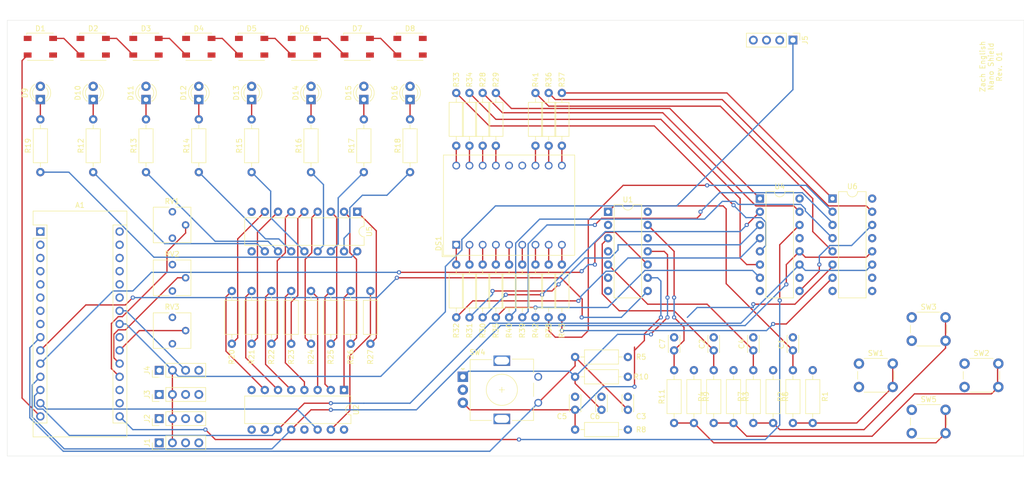
<source format=kicad_pcb>
(kicad_pcb (version 20171130) (host pcbnew "(5.1.6)-1")
  (layers (0 F.Cu signal) (31 B.Cu signal) (34 B.Paste user) (35 F.Paste user) (36 B.SilkS user) (37 F.SilkS user) (38 B.Mask user) (39 F.Mask user) (44 Edge.Cuts user))
  (net 0 "")
  (net 1 "Net-(A1-Pad15)")
  (net 2 "Net-(A1-Pad30)")
  (net 3 "Net-(A1-Pad14)")
  (net 4 GND)
  (net 5 "Net-(A1-Pad28)")
  (net 6 VCC)
  (net 7 "Net-(A1-Pad11)")
  (net 8 "Net-(A1-Pad26)")
  (net 9 "Net-(A1-Pad10)")
  (net 10 "Net-(A1-Pad25)")
  (net 11 "Net-(A1-Pad9)")
  (net 12 "Net-(A1-Pad8)")
  (net 13 "Net-(A1-Pad7)")
  (net 14 "Net-(A1-Pad22)")
  (net 15 "Net-(A1-Pad6)")
  (net 16 "Net-(A1-Pad21)")
  (net 17 "Net-(A1-Pad5)")
  (net 18 "Net-(A1-Pad20)")
  (net 19 "Net-(A1-Pad19)")
  (net 20 "Net-(A1-Pad3)")
  (net 21 "Net-(A1-Pad2)")
  (net 22 "Net-(A1-Pad17)")
  (net 23 "Net-(A1-Pad1)")
  (net 24 "Net-(D1-Pad4)")
  (net 25 "Net-(D2-Pad4)")
  (net 26 "Net-(D3-Pad4)")
  (net 27 "Net-(D4-Pad4)")
  (net 28 "Net-(D5-Pad4)")
  (net 29 "Net-(D6-Pad4)")
  (net 30 "Net-(D7-Pad4)")
  (net 31 "Net-(D8-Pad4)")
  (net 32 "Net-(C1-Pad1)")
  (net 33 "Net-(C2-Pad1)")
  (net 34 "Net-(C4-Pad1)")
  (net 35 "Net-(C5-Pad1)")
  (net 36 "Net-(C6-Pad1)")
  (net 37 "Net-(C7-Pad1)")
  (net 38 "Net-(R1-Pad2)")
  (net 39 "Net-(R3-Pad2)")
  (net 40 "Net-(R6-Pad2)")
  (net 41 "Net-(R11-Pad1)")
  (net 42 I2C_Clock)
  (net 43 I2C_Data)
  (net 44 SRCLK)
  (net 45 RCLK)
  (net 46 ShiftR1OutR2In)
  (net 47 "Net-(D9-Pad1)")
  (net 48 "Net-(D10-Pad1)")
  (net 49 "Net-(D11-Pad1)")
  (net 50 "Net-(D12-Pad1)")
  (net 51 "Net-(D13-Pad1)")
  (net 52 "Net-(D14-Pad1)")
  (net 53 "Net-(D15-Pad1)")
  (net 54 "Net-(D16-Pad1)")
  (net 55 "Net-(DS1-Pad18)")
  (net 56 "Net-(DS1-Pad17)")
  (net 57 "Net-(DS1-Pad16)")
  (net 58 "Net-(DS1-Pad15)")
  (net 59 "Net-(DS1-Pad12)")
  (net 60 "Net-(DS1-Pad11)")
  (net 61 "Net-(DS1-Pad10)")
  (net 62 "Net-(DS1-Pad9)")
  (net 63 "Net-(DS1-Pad8)")
  (net 64 "Net-(DS1-Pad7)")
  (net 65 "Net-(DS1-Pad6)")
  (net 66 "Net-(DS1-Pad5)")
  (net 67 "Net-(DS1-Pad4)")
  (net 68 "Net-(DS1-Pad3)")
  (net 69 "Net-(DS1-Pad2)")
  (net 70 "Net-(DS1-Pad1)")
  (net 71 "Net-(R27-Pad1)")
  (net 72 "Net-(R20-Pad1)")
  (net 73 "Net-(R21-Pad1)")
  (net 74 "Net-(R22-Pad1)")
  (net 75 "Net-(R23-Pad1)")
  (net 76 "Net-(R24-Pad1)")
  (net 77 "Net-(R25-Pad1)")
  (net 78 "Net-(R26-Pad1)")
  (net 79 "Net-(R12-Pad1)")
  (net 80 "Net-(R13-Pad1)")
  (net 81 "Net-(R14-Pad1)")
  (net 82 "Net-(R15-Pad1)")
  (net 83 "Net-(R16-Pad1)")
  (net 84 "Net-(R17-Pad1)")
  (net 85 "Net-(R18-Pad1)")
  (net 86 "Net-(R19-Pad1)")
  (net 87 "Net-(R20-Pad2)")
  (net 88 "Net-(R21-Pad2)")
  (net 89 "Net-(R22-Pad2)")
  (net 90 "Net-(R23-Pad2)")
  (net 91 "Net-(R24-Pad2)")
  (net 92 "Net-(R25-Pad2)")
  (net 93 "Net-(R26-Pad2)")
  (net 94 "Net-(R27-Pad2)")
  (net 95 7SegData)
  (net 96 "Net-(R28-Pad2)")
  (net 97 "Net-(R29-Pad2)")
  (net 98 "Net-(R30-Pad2)")
  (net 99 "Net-(R31-Pad2)")
  (net 100 "Net-(R32-Pad2)")
  (net 101 "Net-(R33-Pad2)")
  (net 102 "Net-(R34-Pad2)")
  (net 103 "Net-(R35-Pad2)")
  (net 104 "Net-(R36-Pad2)")
  (net 105 "Net-(R37-Pad2)")
  (net 106 "Net-(R38-Pad2)")
  (net 107 "Net-(R39-Pad2)")
  (net 108 "Net-(R40-Pad2)")
  (net 109 "Net-(R41-Pad2)")
  (net 110 "Net-(R42-Pad2)")
  (net 111 "Net-(R43-Pad2)")
  (net 112 "Net-(U2-Pad9)")
  (net 113 "Net-(U6-Pad9)")
  (module Package_DIP:DIP-14_W7.62mm (layer F.Cu) (at 133.35 151.13)
    (fp_text reference U1 (at 3.81 -2.33) (layer F.SilkS))
    (fp_text value 74HC14)
    (pad 14 thru_hole oval (at 7.62 0) (size 1.6 1.6) (drill 0.8) (layers *.Cu *.Mask))
    (pad 7 thru_hole oval (at 0 15.24) (size 1.6 1.6) (drill 0.8) (layers *.Cu *.Mask))
    (pad 13 thru_hole oval (at 7.62 2.54) (size 1.6 1.6) (drill 0.8) (layers *.Cu *.Mask) (net 37 "Net-(C7-Pad1)"))
    (pad 6 thru_hole oval (at 0 12.7) (size 1.6 1.6) (drill 0.8) (layers *.Cu *.Mask) (net 15 "Net-(A1-Pad6)"))
    (pad 12 thru_hole oval (at 7.62 5.08) (size 1.6 1.6) (drill 0.8) (layers *.Cu *.Mask) (net 17 "Net-(A1-Pad5)"))
    (pad 5 thru_hole oval (at 0 10.16) (size 1.6 1.6) (drill 0.8) (layers *.Cu *.Mask) (net 34 "Net-(C4-Pad1)"))
    (pad 11 thru_hole oval (at 7.62 7.62) (size 1.6 1.6) (drill 0.8) (layers *.Cu *.Mask) (net 36 "Net-(C6-Pad1)"))
    (pad 4 thru_hole oval (at 0 7.62) (size 1.6 1.6) (drill 0.8) (layers *.Cu *.Mask) (net 13 "Net-(A1-Pad7)"))
    (pad 10 thru_hole oval (at 7.62 10.16) (size 1.6 1.6) (drill 0.8) (layers *.Cu *.Mask) (net 7 "Net-(A1-Pad11)"))
    (pad 3 thru_hole oval (at 0 5.08) (size 1.6 1.6) (drill 0.8) (layers *.Cu *.Mask) (net 33 "Net-(C2-Pad1)"))
    (pad 9 thru_hole oval (at 7.62 12.7) (size 1.6 1.6) (drill 0.8) (layers *.Cu *.Mask) (net 35 "Net-(C5-Pad1)"))
    (pad 2 thru_hole oval (at 0 2.54) (size 1.6 1.6) (drill 0.8) (layers *.Cu *.Mask) (net 12 "Net-(A1-Pad8)"))
    (pad 8 thru_hole oval (at 7.62 15.24) (size 1.6 1.6) (drill 0.8) (layers *.Cu *.Mask) (net 9 "Net-(A1-Pad10)"))
    (pad 1 thru_hole rect (at 0 0) (size 1.6 1.6) (drill 0.8) (layers *.Cu *.Mask) (net 32 "Net-(C1-Pad1)"))
  )
  (module Connector_PinHeader_2.54mm:PinHeader_1x04_P2.54mm_Vertical (layer F.Cu) (at 168.91 118.11 270)
    (fp_text reference J5 (at 0 -2.33 90) (layer F.SilkS))
    (fp_text value Conn_01x04_Female)
    (pad 4 thru_hole oval (at 0 7.62 270) (size 1.7 1.7) (drill 1) (layers *.Cu *.Mask) (net 4 GND))
    (pad 3 thru_hole oval (at 0 5.08 270) (size 1.7 1.7) (drill 1) (layers *.Cu *.Mask) (net 6 VCC))
    (pad 2 thru_hole oval (at 0 2.54 270) (size 1.7 1.7) (drill 1) (layers *.Cu *.Mask) (net 42 I2C_Clock))
    (pad 1 thru_hole rect (at 0 0 270) (size 1.7 1.7) (drill 1) (layers *.Cu *.Mask) (net 43 I2C_Data))
  )
  (module Package_DIP:DIP-16_W7.62mm (layer F.Cu) (at 176.53 148.59)
    (fp_text reference U6 (at 3.81 -2.33) (layer F.SilkS))
    (fp_text value 74HC595)
    (pad 16 thru_hole oval (at 7.62 0) (size 1.6 1.6) (drill 0.8) (layers *.Cu *.Mask) (net 6 VCC))
    (pad 8 thru_hole oval (at 0 17.78) (size 1.6 1.6) (drill 0.8) (layers *.Cu *.Mask) (net 4 GND))
    (pad 15 thru_hole oval (at 7.62 2.54) (size 1.6 1.6) (drill 0.8) (layers *.Cu *.Mask) (net 104 "Net-(R36-Pad2)"))
    (pad 7 thru_hole oval (at 0 15.24) (size 1.6 1.6) (drill 0.8) (layers *.Cu *.Mask) (net 111 "Net-(R43-Pad2)"))
    (pad 14 thru_hole oval (at 7.62 5.08) (size 1.6 1.6) (drill 0.8) (layers *.Cu *.Mask) (net 46 ShiftR1OutR2In))
    (pad 6 thru_hole oval (at 0 12.7) (size 1.6 1.6) (drill 0.8) (layers *.Cu *.Mask) (net 110 "Net-(R42-Pad2)"))
    (pad 13 thru_hole oval (at 7.62 7.62) (size 1.6 1.6) (drill 0.8) (layers *.Cu *.Mask) (net 4 GND))
    (pad 5 thru_hole oval (at 0 10.16) (size 1.6 1.6) (drill 0.8) (layers *.Cu *.Mask) (net 109 "Net-(R41-Pad2)"))
    (pad 12 thru_hole oval (at 7.62 10.16) (size 1.6 1.6) (drill 0.8) (layers *.Cu *.Mask) (net 45 RCLK))
    (pad 4 thru_hole oval (at 0 7.62) (size 1.6 1.6) (drill 0.8) (layers *.Cu *.Mask) (net 108 "Net-(R40-Pad2)"))
    (pad 11 thru_hole oval (at 7.62 12.7) (size 1.6 1.6) (drill 0.8) (layers *.Cu *.Mask) (net 44 SRCLK))
    (pad 3 thru_hole oval (at 0 5.08) (size 1.6 1.6) (drill 0.8) (layers *.Cu *.Mask) (net 107 "Net-(R39-Pad2)"))
    (pad 10 thru_hole oval (at 7.62 15.24) (size 1.6 1.6) (drill 0.8) (layers *.Cu *.Mask) (net 6 VCC))
    (pad 2 thru_hole oval (at 0 2.54) (size 1.6 1.6) (drill 0.8) (layers *.Cu *.Mask) (net 106 "Net-(R38-Pad2)"))
    (pad 9 thru_hole oval (at 7.62 17.78) (size 1.6 1.6) (drill 0.8) (layers *.Cu *.Mask) (net 113 "Net-(U6-Pad9)"))
    (pad 1 thru_hole rect (at 0 0) (size 1.6 1.6) (drill 0.8) (layers *.Cu *.Mask) (net 105 "Net-(R37-Pad2)"))
  )
  (module Resistor_THT:R_Axial_DIN0207_L6.3mm_D2.5mm_P10.16mm_Horizontal (layer F.Cu) (at 124.46 161.29 270)
    (fp_text reference R43 (at 12.7 0 90) (layer F.SilkS))
    (fp_text value 220)
    (pad 2 thru_hole oval (at 10.16 0 270) (size 1.6 1.6) (drill 0.8) (layers *.Cu *.Mask) (net 111 "Net-(R43-Pad2)"))
    (pad 1 thru_hole circle (at 0 0 270) (size 1.6 1.6) (drill 0.8) (layers *.Cu *.Mask) (net 62 "Net-(DS1-Pad9)"))
  )
  (module Resistor_THT:R_Axial_DIN0207_L6.3mm_D2.5mm_P10.16mm_Horizontal (layer F.Cu) (at 119.38 161.29 270)
    (fp_text reference R42 (at 12.7 0 90) (layer F.SilkS))
    (fp_text value 220)
    (pad 2 thru_hole oval (at 10.16 0 270) (size 1.6 1.6) (drill 0.8) (layers *.Cu *.Mask) (net 110 "Net-(R42-Pad2)"))
    (pad 1 thru_hole circle (at 0 0 270) (size 1.6 1.6) (drill 0.8) (layers *.Cu *.Mask) (net 64 "Net-(DS1-Pad7)"))
  )
  (module Resistor_THT:R_Axial_DIN0207_L6.3mm_D2.5mm_P10.16mm_Horizontal (layer F.Cu) (at 119.38 138.43 90)
    (fp_text reference R41 (at 12.7 0 90) (layer F.SilkS))
    (fp_text value 220)
    (pad 2 thru_hole oval (at 10.16 0 90) (size 1.6 1.6) (drill 0.8) (layers *.Cu *.Mask) (net 109 "Net-(R41-Pad2)"))
    (pad 1 thru_hole circle (at 0 0 90) (size 1.6 1.6) (drill 0.8) (layers *.Cu *.Mask) (net 59 "Net-(DS1-Pad12)"))
  )
  (module Resistor_THT:R_Axial_DIN0207_L6.3mm_D2.5mm_P10.16mm_Horizontal (layer F.Cu) (at 114.3 161.29 270)
    (fp_text reference R40 (at 12.7 0 90) (layer F.SilkS))
    (fp_text value 220)
    (pad 2 thru_hole oval (at 10.16 0 270) (size 1.6 1.6) (drill 0.8) (layers *.Cu *.Mask) (net 108 "Net-(R40-Pad2)"))
    (pad 1 thru_hole circle (at 0 0 270) (size 1.6 1.6) (drill 0.8) (layers *.Cu *.Mask) (net 66 "Net-(DS1-Pad5)"))
  )
  (module Resistor_THT:R_Axial_DIN0207_L6.3mm_D2.5mm_P10.16mm_Horizontal (layer F.Cu) (at 116.84 161.29 270)
    (fp_text reference R39 (at 12.7 0 90) (layer F.SilkS))
    (fp_text value 220)
    (pad 2 thru_hole oval (at 10.16 0 270) (size 1.6 1.6) (drill 0.8) (layers *.Cu *.Mask) (net 107 "Net-(R39-Pad2)"))
    (pad 1 thru_hole circle (at 0 0 270) (size 1.6 1.6) (drill 0.8) (layers *.Cu *.Mask) (net 65 "Net-(DS1-Pad6)"))
  )
  (module Resistor_THT:R_Axial_DIN0207_L6.3mm_D2.5mm_P10.16mm_Horizontal (layer F.Cu) (at 121.92 161.29 270)
    (fp_text reference R38 (at 12.7 0 90) (layer F.SilkS))
    (fp_text value 220)
    (pad 2 thru_hole oval (at 10.16 0 270) (size 1.6 1.6) (drill 0.8) (layers *.Cu *.Mask) (net 106 "Net-(R38-Pad2)"))
    (pad 1 thru_hole circle (at 0 0 270) (size 1.6 1.6) (drill 0.8) (layers *.Cu *.Mask) (net 63 "Net-(DS1-Pad8)"))
  )
  (module Resistor_THT:R_Axial_DIN0207_L6.3mm_D2.5mm_P10.16mm_Horizontal (layer F.Cu) (at 124.46 138.43 90)
    (fp_text reference R37 (at 12.7 0 90) (layer F.SilkS))
    (fp_text value 220)
    (pad 2 thru_hole oval (at 10.16 0 90) (size 1.6 1.6) (drill 0.8) (layers *.Cu *.Mask) (net 105 "Net-(R37-Pad2)"))
    (pad 1 thru_hole circle (at 0 0 90) (size 1.6 1.6) (drill 0.8) (layers *.Cu *.Mask) (net 61 "Net-(DS1-Pad10)"))
  )
  (module Resistor_THT:R_Axial_DIN0207_L6.3mm_D2.5mm_P10.16mm_Horizontal (layer F.Cu) (at 121.92 138.43 90)
    (fp_text reference R36 (at 12.7 0 90) (layer F.SilkS))
    (fp_text value 220)
    (pad 2 thru_hole oval (at 10.16 0 90) (size 1.6 1.6) (drill 0.8) (layers *.Cu *.Mask) (net 104 "Net-(R36-Pad2)"))
    (pad 1 thru_hole circle (at 0 0 90) (size 1.6 1.6) (drill 0.8) (layers *.Cu *.Mask) (net 60 "Net-(DS1-Pad11)"))
  )
  (module Resistor_THT:R_Axial_DIN0207_L6.3mm_D2.5mm_P10.16mm_Horizontal (layer F.Cu) (at 111.76 161.29 270)
    (fp_text reference R35 (at 12.7 0 90) (layer F.SilkS))
    (fp_text value 220)
    (pad 2 thru_hole oval (at 10.16 0 270) (size 1.6 1.6) (drill 0.8) (layers *.Cu *.Mask) (net 103 "Net-(R35-Pad2)"))
    (pad 1 thru_hole circle (at 0 0 270) (size 1.6 1.6) (drill 0.8) (layers *.Cu *.Mask) (net 67 "Net-(DS1-Pad4)"))
  )
  (module Resistor_THT:R_Axial_DIN0207_L6.3mm_D2.5mm_P10.16mm_Horizontal (layer F.Cu) (at 106.68 138.43 90)
    (fp_text reference R34 (at 12.7 0 90) (layer F.SilkS))
    (fp_text value 220)
    (pad 2 thru_hole oval (at 10.16 0 90) (size 1.6 1.6) (drill 0.8) (layers *.Cu *.Mask) (net 102 "Net-(R34-Pad2)"))
    (pad 1 thru_hole circle (at 0 0 90) (size 1.6 1.6) (drill 0.8) (layers *.Cu *.Mask) (net 56 "Net-(DS1-Pad17)"))
  )
  (module Resistor_THT:R_Axial_DIN0207_L6.3mm_D2.5mm_P10.16mm_Horizontal (layer F.Cu) (at 104.14 138.43 90)
    (fp_text reference R33 (at 12.7 0 90) (layer F.SilkS))
    (fp_text value 220)
    (pad 2 thru_hole oval (at 10.16 0 90) (size 1.6 1.6) (drill 0.8) (layers *.Cu *.Mask) (net 101 "Net-(R33-Pad2)"))
    (pad 1 thru_hole circle (at 0 0 90) (size 1.6 1.6) (drill 0.8) (layers *.Cu *.Mask) (net 55 "Net-(DS1-Pad18)"))
  )
  (module Resistor_THT:R_Axial_DIN0207_L6.3mm_D2.5mm_P10.16mm_Horizontal (layer F.Cu) (at 104.14 161.29 270)
    (fp_text reference R32 (at 12.7 0 90) (layer F.SilkS))
    (fp_text value 220)
    (pad 2 thru_hole oval (at 10.16 0 270) (size 1.6 1.6) (drill 0.8) (layers *.Cu *.Mask) (net 100 "Net-(R32-Pad2)"))
    (pad 1 thru_hole circle (at 0 0 270) (size 1.6 1.6) (drill 0.8) (layers *.Cu *.Mask) (net 70 "Net-(DS1-Pad1)"))
  )
  (module Resistor_THT:R_Axial_DIN0207_L6.3mm_D2.5mm_P10.16mm_Horizontal (layer F.Cu) (at 106.68 161.29 270)
    (fp_text reference R31 (at 12.7 0 90) (layer F.SilkS))
    (fp_text value 220)
    (pad 2 thru_hole oval (at 10.16 0 270) (size 1.6 1.6) (drill 0.8) (layers *.Cu *.Mask) (net 99 "Net-(R31-Pad2)"))
    (pad 1 thru_hole circle (at 0 0 270) (size 1.6 1.6) (drill 0.8) (layers *.Cu *.Mask) (net 69 "Net-(DS1-Pad2)"))
  )
  (module Resistor_THT:R_Axial_DIN0207_L6.3mm_D2.5mm_P10.16mm_Horizontal (layer F.Cu) (at 109.22 161.29 270)
    (fp_text reference R30 (at 12.7 0 90) (layer F.SilkS))
    (fp_text value 220)
    (pad 2 thru_hole oval (at 10.16 0 270) (size 1.6 1.6) (drill 0.8) (layers *.Cu *.Mask) (net 98 "Net-(R30-Pad2)"))
    (pad 1 thru_hole circle (at 0 0 270) (size 1.6 1.6) (drill 0.8) (layers *.Cu *.Mask) (net 68 "Net-(DS1-Pad3)"))
  )
  (module Resistor_THT:R_Axial_DIN0207_L6.3mm_D2.5mm_P10.16mm_Horizontal (layer F.Cu) (at 111.76 138.43 90)
    (fp_text reference R29 (at 12.7 0 90) (layer F.SilkS))
    (fp_text value 220)
    (pad 2 thru_hole oval (at 10.16 0 90) (size 1.6 1.6) (drill 0.8) (layers *.Cu *.Mask) (net 97 "Net-(R29-Pad2)"))
    (pad 1 thru_hole circle (at 0 0 90) (size 1.6 1.6) (drill 0.8) (layers *.Cu *.Mask) (net 58 "Net-(DS1-Pad15)"))
  )
  (module Resistor_THT:R_Axial_DIN0207_L6.3mm_D2.5mm_P10.16mm_Horizontal (layer F.Cu) (at 109.22 138.43 90)
    (fp_text reference R28 (at 12.7 0 90) (layer F.SilkS))
    (fp_text value 220)
    (pad 2 thru_hole oval (at 10.16 0 90) (size 1.6 1.6) (drill 0.8) (layers *.Cu *.Mask) (net 96 "Net-(R28-Pad2)"))
    (pad 1 thru_hole circle (at 0 0 90) (size 1.6 1.6) (drill 0.8) (layers *.Cu *.Mask) (net 57 "Net-(DS1-Pad16)"))
  )
  (module Connector_PinHeader_2.54mm:PinHeader_1x04_P2.54mm_Vertical (layer F.Cu) (at 46.99 181.63 90)
    (fp_text reference J4 (at 0 -2.33 90) (layer F.SilkS))
    (fp_text value Conn_01x04_Female)
    (pad 4 thru_hole oval (at 0 7.62 90) (size 1.7 1.7) (drill 1) (layers *.Cu *.Mask) (net 4 GND))
    (pad 3 thru_hole oval (at 0 5.08 90) (size 1.7 1.7) (drill 1) (layers *.Cu *.Mask) (net 42 I2C_Clock))
    (pad 2 thru_hole oval (at 0 2.54 90) (size 1.7 1.7) (drill 1) (layers *.Cu *.Mask) (net 43 I2C_Data))
    (pad 1 thru_hole rect (at 0 0 90) (size 1.7 1.7) (drill 1) (layers *.Cu *.Mask) (net 6 VCC))
  )
  (module Connector_PinHeader_2.54mm:PinHeader_1x04_P2.54mm_Vertical (layer F.Cu) (at 46.99 186.28 90)
    (fp_text reference J3 (at 0 -2.33 90) (layer F.SilkS))
    (fp_text value Conn_01x04_Female)
    (pad 4 thru_hole oval (at 0 7.62 90) (size 1.7 1.7) (drill 1) (layers *.Cu *.Mask) (net 4 GND))
    (pad 3 thru_hole oval (at 0 5.08 90) (size 1.7 1.7) (drill 1) (layers *.Cu *.Mask) (net 42 I2C_Clock))
    (pad 2 thru_hole oval (at 0 2.54 90) (size 1.7 1.7) (drill 1) (layers *.Cu *.Mask) (net 43 I2C_Data))
    (pad 1 thru_hole rect (at 0 0 90) (size 1.7 1.7) (drill 1) (layers *.Cu *.Mask) (net 6 VCC))
  )
  (module Connector_PinHeader_2.54mm:PinHeader_1x04_P2.54mm_Vertical (layer F.Cu) (at 46.99 190.93 90)
    (fp_text reference J2 (at 0 -2.33 90) (layer F.SilkS))
    (fp_text value Conn_01x04_Female)
    (pad 4 thru_hole oval (at 0 7.62 90) (size 1.7 1.7) (drill 1) (layers *.Cu *.Mask) (net 4 GND))
    (pad 3 thru_hole oval (at 0 5.08 90) (size 1.7 1.7) (drill 1) (layers *.Cu *.Mask) (net 42 I2C_Clock))
    (pad 2 thru_hole oval (at 0 2.54 90) (size 1.7 1.7) (drill 1) (layers *.Cu *.Mask) (net 43 I2C_Data))
    (pad 1 thru_hole rect (at 0 0 90) (size 1.7 1.7) (drill 1) (layers *.Cu *.Mask) (net 6 VCC))
  )
  (module Connector_PinHeader_2.54mm:PinHeader_1x04_P2.54mm_Vertical (layer F.Cu) (at 46.99 195.58 90)
    (fp_text reference J1 (at 0 -2.33 90) (layer F.SilkS))
    (fp_text value Conn_01x04_Female)
    (pad 4 thru_hole oval (at 0 7.62 90) (size 1.7 1.7) (drill 1) (layers *.Cu *.Mask) (net 4 GND))
    (pad 3 thru_hole oval (at 0 5.08 90) (size 1.7 1.7) (drill 1) (layers *.Cu *.Mask) (net 42 I2C_Clock))
    (pad 2 thru_hole oval (at 0 2.54 90) (size 1.7 1.7) (drill 1) (layers *.Cu *.Mask) (net 43 I2C_Data))
    (pad 1 thru_hole rect (at 0 0 90) (size 1.7 1.7) (drill 1) (layers *.Cu *.Mask) (net 6 VCC))
  )
  (module Package_DIP:DIP-18_W7.62mm (layer F.Cu) (at 85.09 151.13 270)
    (fp_text reference U5 (at 3.81 -2.33 90) (layer F.SilkS))
    (fp_text value ULN2803A)
    (pad 18 thru_hole oval (at 7.62 0 270) (size 1.6 1.6) (drill 0.8) (layers *.Cu *.Mask) (net 86 "Net-(R19-Pad1)"))
    (pad 9 thru_hole oval (at 0 20.32 270) (size 1.6 1.6) (drill 0.8) (layers *.Cu *.Mask) (net 4 GND))
    (pad 17 thru_hole oval (at 7.62 2.54 270) (size 1.6 1.6) (drill 0.8) (layers *.Cu *.Mask) (net 85 "Net-(R18-Pad1)"))
    (pad 8 thru_hole oval (at 0 17.78 270) (size 1.6 1.6) (drill 0.8) (layers *.Cu *.Mask) (net 87 "Net-(R20-Pad2)"))
    (pad 16 thru_hole oval (at 7.62 5.08 270) (size 1.6 1.6) (drill 0.8) (layers *.Cu *.Mask) (net 84 "Net-(R17-Pad1)"))
    (pad 7 thru_hole oval (at 0 15.24 270) (size 1.6 1.6) (drill 0.8) (layers *.Cu *.Mask) (net 88 "Net-(R21-Pad2)"))
    (pad 15 thru_hole oval (at 7.62 7.62 270) (size 1.6 1.6) (drill 0.8) (layers *.Cu *.Mask) (net 83 "Net-(R16-Pad1)"))
    (pad 6 thru_hole oval (at 0 12.7 270) (size 1.6 1.6) (drill 0.8) (layers *.Cu *.Mask) (net 89 "Net-(R22-Pad2)"))
    (pad 14 thru_hole oval (at 7.62 10.16 270) (size 1.6 1.6) (drill 0.8) (layers *.Cu *.Mask) (net 82 "Net-(R15-Pad1)"))
    (pad 5 thru_hole oval (at 0 10.16 270) (size 1.6 1.6) (drill 0.8) (layers *.Cu *.Mask) (net 90 "Net-(R23-Pad2)"))
    (pad 13 thru_hole oval (at 7.62 12.7 270) (size 1.6 1.6) (drill 0.8) (layers *.Cu *.Mask) (net 81 "Net-(R14-Pad1)"))
    (pad 4 thru_hole oval (at 0 7.62 270) (size 1.6 1.6) (drill 0.8) (layers *.Cu *.Mask) (net 91 "Net-(R24-Pad2)"))
    (pad 12 thru_hole oval (at 7.62 15.24 270) (size 1.6 1.6) (drill 0.8) (layers *.Cu *.Mask) (net 80 "Net-(R13-Pad1)"))
    (pad 3 thru_hole oval (at 0 5.08 270) (size 1.6 1.6) (drill 0.8) (layers *.Cu *.Mask) (net 92 "Net-(R25-Pad2)"))
    (pad 11 thru_hole oval (at 7.62 17.78 270) (size 1.6 1.6) (drill 0.8) (layers *.Cu *.Mask) (net 79 "Net-(R12-Pad1)"))
    (pad 2 thru_hole oval (at 0 2.54 270) (size 1.6 1.6) (drill 0.8) (layers *.Cu *.Mask) (net 93 "Net-(R26-Pad2)"))
    (pad 10 thru_hole oval (at 7.62 20.32 270) (size 1.6 1.6) (drill 0.8) (layers *.Cu *.Mask) (net 6 VCC))
    (pad 1 thru_hole rect (at 0 0 270) (size 1.6 1.6) (drill 0.8) (layers *.Cu *.Mask) (net 94 "Net-(R27-Pad2)"))
  )
  (module Resistor_THT:R_Axial_DIN0207_L6.3mm_D2.5mm_P10.16mm_Horizontal (layer F.Cu) (at 87.63 166.37 270)
    (fp_text reference R27 (at 12.7 0 90) (layer F.SilkS))
    (fp_text value 10k)
    (pad 2 thru_hole oval (at 10.16 0 270) (size 1.6 1.6) (drill 0.8) (layers *.Cu *.Mask) (net 94 "Net-(R27-Pad2)"))
    (pad 1 thru_hole circle (at 0 0 270) (size 1.6 1.6) (drill 0.8) (layers *.Cu *.Mask) (net 71 "Net-(R27-Pad1)"))
  )
  (module Resistor_THT:R_Axial_DIN0207_L6.3mm_D2.5mm_P10.16mm_Horizontal (layer F.Cu) (at 83.82 166.37 270)
    (fp_text reference R26 (at 12.7 0 90) (layer F.SilkS))
    (fp_text value 10k)
    (pad 2 thru_hole oval (at 10.16 0 270) (size 1.6 1.6) (drill 0.8) (layers *.Cu *.Mask) (net 93 "Net-(R26-Pad2)"))
    (pad 1 thru_hole circle (at 0 0 270) (size 1.6 1.6) (drill 0.8) (layers *.Cu *.Mask) (net 78 "Net-(R26-Pad1)"))
  )
  (module Resistor_THT:R_Axial_DIN0207_L6.3mm_D2.5mm_P10.16mm_Horizontal (layer F.Cu) (at 80.01 166.37 270)
    (fp_text reference R25 (at 12.7 0 90) (layer F.SilkS))
    (fp_text value 10k)
    (pad 2 thru_hole oval (at 10.16 0 270) (size 1.6 1.6) (drill 0.8) (layers *.Cu *.Mask) (net 92 "Net-(R25-Pad2)"))
    (pad 1 thru_hole circle (at 0 0 270) (size 1.6 1.6) (drill 0.8) (layers *.Cu *.Mask) (net 77 "Net-(R25-Pad1)"))
  )
  (module Resistor_THT:R_Axial_DIN0207_L6.3mm_D2.5mm_P10.16mm_Horizontal (layer F.Cu) (at 76.2 166.37 270)
    (fp_text reference R24 (at 12.7 0 90) (layer F.SilkS))
    (fp_text value 10k)
    (pad 2 thru_hole oval (at 10.16 0 270) (size 1.6 1.6) (drill 0.8) (layers *.Cu *.Mask) (net 91 "Net-(R24-Pad2)"))
    (pad 1 thru_hole circle (at 0 0 270) (size 1.6 1.6) (drill 0.8) (layers *.Cu *.Mask) (net 76 "Net-(R24-Pad1)"))
  )
  (module Resistor_THT:R_Axial_DIN0207_L6.3mm_D2.5mm_P10.16mm_Horizontal (layer F.Cu) (at 72.39 166.37 270)
    (fp_text reference R23 (at 12.7 0 90) (layer F.SilkS))
    (fp_text value 10k)
    (pad 2 thru_hole oval (at 10.16 0 270) (size 1.6 1.6) (drill 0.8) (layers *.Cu *.Mask) (net 90 "Net-(R23-Pad2)"))
    (pad 1 thru_hole circle (at 0 0 270) (size 1.6 1.6) (drill 0.8) (layers *.Cu *.Mask) (net 75 "Net-(R23-Pad1)"))
  )
  (module Resistor_THT:R_Axial_DIN0207_L6.3mm_D2.5mm_P10.16mm_Horizontal (layer F.Cu) (at 68.58 166.37 270)
    (fp_text reference R22 (at 12.7 0 90) (layer F.SilkS))
    (fp_text value 10k)
    (pad 2 thru_hole oval (at 10.16 0 270) (size 1.6 1.6) (drill 0.8) (layers *.Cu *.Mask) (net 89 "Net-(R22-Pad2)"))
    (pad 1 thru_hole circle (at 0 0 270) (size 1.6 1.6) (drill 0.8) (layers *.Cu *.Mask) (net 74 "Net-(R22-Pad1)"))
  )
  (module Resistor_THT:R_Axial_DIN0207_L6.3mm_D2.5mm_P10.16mm_Horizontal (layer F.Cu) (at 64.77 166.37 270)
    (fp_text reference R21 (at 12.7 0 90) (layer F.SilkS))
    (fp_text value 10k)
    (pad 2 thru_hole oval (at 10.16 0 270) (size 1.6 1.6) (drill 0.8) (layers *.Cu *.Mask) (net 88 "Net-(R21-Pad2)"))
    (pad 1 thru_hole circle (at 0 0 270) (size 1.6 1.6) (drill 0.8) (layers *.Cu *.Mask) (net 73 "Net-(R21-Pad1)"))
  )
  (module Resistor_THT:R_Axial_DIN0207_L6.3mm_D2.5mm_P10.16mm_Horizontal (layer F.Cu) (at 60.96 166.37 270)
    (fp_text reference R20 (at 12.7 0 90) (layer F.SilkS))
    (fp_text value 10k)
    (pad 2 thru_hole oval (at 10.16 0 270) (size 1.6 1.6) (drill 0.8) (layers *.Cu *.Mask) (net 87 "Net-(R20-Pad2)"))
    (pad 1 thru_hole circle (at 0 0 270) (size 1.6 1.6) (drill 0.8) (layers *.Cu *.Mask) (net 72 "Net-(R20-Pad1)"))
  )
  (module Resistor_THT:R_Axial_DIN0207_L6.3mm_D2.5mm_P10.16mm_Horizontal (layer F.Cu) (at 24.13 143.51 90)
    (fp_text reference R19 (at 5.08 -2.37 90) (layer F.SilkS))
    (fp_text value 220)
    (pad 2 thru_hole oval (at 10.16 0 90) (size 1.6 1.6) (drill 0.8) (layers *.Cu *.Mask) (net 47 "Net-(D9-Pad1)"))
    (pad 1 thru_hole circle (at 0 0 90) (size 1.6 1.6) (drill 0.8) (layers *.Cu *.Mask) (net 86 "Net-(R19-Pad1)"))
  )
  (module Resistor_THT:R_Axial_DIN0207_L6.3mm_D2.5mm_P10.16mm_Horizontal (layer F.Cu) (at 95.25 143.51 90)
    (fp_text reference R18 (at 5.08 -2.37 90) (layer F.SilkS))
    (fp_text value 220)
    (pad 2 thru_hole oval (at 10.16 0 90) (size 1.6 1.6) (drill 0.8) (layers *.Cu *.Mask) (net 54 "Net-(D16-Pad1)"))
    (pad 1 thru_hole circle (at 0 0 90) (size 1.6 1.6) (drill 0.8) (layers *.Cu *.Mask) (net 85 "Net-(R18-Pad1)"))
  )
  (module Resistor_THT:R_Axial_DIN0207_L6.3mm_D2.5mm_P10.16mm_Horizontal (layer F.Cu) (at 86.36 143.51 90)
    (fp_text reference R17 (at 5.08 -2.37 90) (layer F.SilkS))
    (fp_text value 220)
    (pad 2 thru_hole oval (at 10.16 0 90) (size 1.6 1.6) (drill 0.8) (layers *.Cu *.Mask) (net 53 "Net-(D15-Pad1)"))
    (pad 1 thru_hole circle (at 0 0 90) (size 1.6 1.6) (drill 0.8) (layers *.Cu *.Mask) (net 84 "Net-(R17-Pad1)"))
  )
  (module Resistor_THT:R_Axial_DIN0207_L6.3mm_D2.5mm_P10.16mm_Horizontal (layer F.Cu) (at 76.2 143.51 90)
    (fp_text reference R16 (at 5.08 -2.37 90) (layer F.SilkS))
    (fp_text value 220)
    (pad 2 thru_hole oval (at 10.16 0 90) (size 1.6 1.6) (drill 0.8) (layers *.Cu *.Mask) (net 52 "Net-(D14-Pad1)"))
    (pad 1 thru_hole circle (at 0 0 90) (size 1.6 1.6) (drill 0.8) (layers *.Cu *.Mask) (net 83 "Net-(R16-Pad1)"))
  )
  (module Resistor_THT:R_Axial_DIN0207_L6.3mm_D2.5mm_P10.16mm_Horizontal (layer F.Cu) (at 64.77 143.51 90)
    (fp_text reference R15 (at 5.08 -2.37 90) (layer F.SilkS))
    (fp_text value 220)
    (pad 2 thru_hole oval (at 10.16 0 90) (size 1.6 1.6) (drill 0.8) (layers *.Cu *.Mask) (net 51 "Net-(D13-Pad1)"))
    (pad 1 thru_hole circle (at 0 0 90) (size 1.6 1.6) (drill 0.8) (layers *.Cu *.Mask) (net 82 "Net-(R15-Pad1)"))
  )
  (module Resistor_THT:R_Axial_DIN0207_L6.3mm_D2.5mm_P10.16mm_Horizontal (layer F.Cu) (at 54.61 143.51 90)
    (fp_text reference R14 (at 5.08 -2.37 90) (layer F.SilkS))
    (fp_text value 220)
    (pad 2 thru_hole oval (at 10.16 0 90) (size 1.6 1.6) (drill 0.8) (layers *.Cu *.Mask) (net 50 "Net-(D12-Pad1)"))
    (pad 1 thru_hole circle (at 0 0 90) (size 1.6 1.6) (drill 0.8) (layers *.Cu *.Mask) (net 81 "Net-(R14-Pad1)"))
  )
  (module Resistor_THT:R_Axial_DIN0207_L6.3mm_D2.5mm_P10.16mm_Horizontal (layer F.Cu) (at 44.45 143.51 90)
    (fp_text reference R13 (at 5.08 -2.37 90) (layer F.SilkS))
    (fp_text value 220)
    (pad 2 thru_hole oval (at 10.16 0 90) (size 1.6 1.6) (drill 0.8) (layers *.Cu *.Mask) (net 49 "Net-(D11-Pad1)"))
    (pad 1 thru_hole circle (at 0 0 90) (size 1.6 1.6) (drill 0.8) (layers *.Cu *.Mask) (net 80 "Net-(R13-Pad1)"))
  )
  (module Resistor_THT:R_Axial_DIN0207_L6.3mm_D2.5mm_P10.16mm_Horizontal (layer F.Cu) (at 34.29 143.51 90)
    (fp_text reference R12 (at 5.08 -2.37 90) (layer F.SilkS))
    (fp_text value 220)
    (pad 2 thru_hole oval (at 10.16 0 90) (size 1.6 1.6) (drill 0.8) (layers *.Cu *.Mask) (net 48 "Net-(D10-Pad1)"))
    (pad 1 thru_hole circle (at 0 0 90) (size 1.6 1.6) (drill 0.8) (layers *.Cu *.Mask) (net 79 "Net-(R12-Pad1)"))
  )
  (module Display_7Segment:DA56-11CGKWA (layer F.Cu) (at 104.14 157.48 90)
    (fp_text reference DS1 (at 0.24 -3.41 90) (layer F.SilkS))
    (fp_text value HDSP-521A)
    (pad 18 thru_hole circle (at 15.24 0 90) (size 1.5 1.5) (drill 1) (layers *.Cu *.Mask) (net 55 "Net-(DS1-Pad18)"))
    (pad 17 thru_hole circle (at 15.24 2.54 90) (size 1.5 1.5) (drill 1) (layers *.Cu *.Mask) (net 56 "Net-(DS1-Pad17)"))
    (pad 16 thru_hole circle (at 15.24 5.08 90) (size 1.5 1.5) (drill 1) (layers *.Cu *.Mask) (net 57 "Net-(DS1-Pad16)"))
    (pad 15 thru_hole circle (at 15.24 7.62 90) (size 1.5 1.5) (drill 1) (layers *.Cu *.Mask) (net 58 "Net-(DS1-Pad15)"))
    (pad 14 thru_hole circle (at 15.24 10.16 90) (size 1.5 1.5) (drill 1) (layers *.Cu *.Mask) (net 6 VCC))
    (pad 13 thru_hole circle (at 15.24 12.7 90) (size 1.5 1.5) (drill 1) (layers *.Cu *.Mask) (net 6 VCC))
    (pad 12 thru_hole circle (at 15.24 15.24 90) (size 1.5 1.5) (drill 1) (layers *.Cu *.Mask) (net 59 "Net-(DS1-Pad12)"))
    (pad 11 thru_hole circle (at 15.24 17.78 90) (size 1.5 1.5) (drill 1) (layers *.Cu *.Mask) (net 60 "Net-(DS1-Pad11)"))
    (pad 10 thru_hole circle (at 15.24 20.32 90) (size 1.5 1.5) (drill 1) (layers *.Cu *.Mask) (net 61 "Net-(DS1-Pad10)"))
    (pad 9 thru_hole circle (at 0 20.32 90) (size 1.5 1.5) (drill 1) (layers *.Cu *.Mask) (net 62 "Net-(DS1-Pad9)"))
    (pad 8 thru_hole circle (at 0 17.78 90) (size 1.5 1.5) (drill 1) (layers *.Cu *.Mask) (net 63 "Net-(DS1-Pad8)"))
    (pad 7 thru_hole circle (at 0 15.24 90) (size 1.5 1.5) (drill 1) (layers *.Cu *.Mask) (net 64 "Net-(DS1-Pad7)"))
    (pad 6 thru_hole circle (at 0 12.7 90) (size 1.5 1.5) (drill 1) (layers *.Cu *.Mask) (net 65 "Net-(DS1-Pad6)"))
    (pad 5 thru_hole circle (at 0 10.16 90) (size 1.5 1.5) (drill 1) (layers *.Cu *.Mask) (net 66 "Net-(DS1-Pad5)"))
    (pad 4 thru_hole circle (at 0 7.62 90) (size 1.5 1.5) (drill 1) (layers *.Cu *.Mask) (net 67 "Net-(DS1-Pad4)"))
    (pad 3 thru_hole circle (at 0 5.08 90) (size 1.5 1.5) (drill 1) (layers *.Cu *.Mask) (net 68 "Net-(DS1-Pad3)"))
    (pad 2 thru_hole circle (at 0 2.54 90) (size 1.5 1.5) (drill 1) (layers *.Cu *.Mask) (net 69 "Net-(DS1-Pad2)"))
    (pad 1 thru_hole rect (at 0 0 90) (size 1.5 1.5) (drill 1) (layers *.Cu *.Mask) (net 70 "Net-(DS1-Pad1)"))
  )
  (module LED_THT:LED_D3.0mm (layer F.Cu) (at 95.25 129.54 90)
    (fp_text reference D16 (at 1.27 -2.96 90) (layer F.SilkS))
    (fp_text value LED)
    (pad 2 thru_hole circle (at 2.54 0 90) (size 1.8 1.8) (drill 0.9) (layers *.Cu *.Mask) (net 6 VCC))
    (pad 1 thru_hole rect (at 0 0 90) (size 1.8 1.8) (drill 0.9) (layers *.Cu *.Mask) (net 54 "Net-(D16-Pad1)"))
  )
  (module LED_THT:LED_D3.0mm (layer F.Cu) (at 86.36 129.54 90)
    (fp_text reference D15 (at 1.27 -2.96 90) (layer F.SilkS))
    (fp_text value LED)
    (pad 2 thru_hole circle (at 2.54 0 90) (size 1.8 1.8) (drill 0.9) (layers *.Cu *.Mask) (net 6 VCC))
    (pad 1 thru_hole rect (at 0 0 90) (size 1.8 1.8) (drill 0.9) (layers *.Cu *.Mask) (net 53 "Net-(D15-Pad1)"))
  )
  (module LED_THT:LED_D3.0mm (layer F.Cu) (at 76.2 129.54 90)
    (fp_text reference D14 (at 1.27 -2.96 90) (layer F.SilkS))
    (fp_text value LED)
    (pad 2 thru_hole circle (at 2.54 0 90) (size 1.8 1.8) (drill 0.9) (layers *.Cu *.Mask) (net 6 VCC))
    (pad 1 thru_hole rect (at 0 0 90) (size 1.8 1.8) (drill 0.9) (layers *.Cu *.Mask) (net 52 "Net-(D14-Pad1)"))
  )
  (module LED_THT:LED_D3.0mm (layer F.Cu) (at 64.77 129.54 90)
    (fp_text reference D13 (at 1.27 -2.96 90) (layer F.SilkS))
    (fp_text value LED)
    (pad 2 thru_hole circle (at 2.54 0 90) (size 1.8 1.8) (drill 0.9) (layers *.Cu *.Mask) (net 6 VCC))
    (pad 1 thru_hole rect (at 0 0 90) (size 1.8 1.8) (drill 0.9) (layers *.Cu *.Mask) (net 51 "Net-(D13-Pad1)"))
  )
  (module LED_THT:LED_D3.0mm (layer F.Cu) (at 54.61 129.54 90)
    (fp_text reference D12 (at 1.27 -2.96 90) (layer F.SilkS))
    (fp_text value LED)
    (pad 2 thru_hole circle (at 2.54 0 90) (size 1.8 1.8) (drill 0.9) (layers *.Cu *.Mask) (net 6 VCC))
    (pad 1 thru_hole rect (at 0 0 90) (size 1.8 1.8) (drill 0.9) (layers *.Cu *.Mask) (net 50 "Net-(D12-Pad1)"))
  )
  (module LED_THT:LED_D3.0mm (layer F.Cu) (at 44.45 129.54 90)
    (fp_text reference D11 (at 1.27 -2.96 90) (layer F.SilkS))
    (fp_text value LED)
    (pad 2 thru_hole circle (at 2.54 0 90) (size 1.8 1.8) (drill 0.9) (layers *.Cu *.Mask) (net 6 VCC))
    (pad 1 thru_hole rect (at 0 0 90) (size 1.8 1.8) (drill 0.9) (layers *.Cu *.Mask) (net 49 "Net-(D11-Pad1)"))
  )
  (module LED_THT:LED_D3.0mm (layer F.Cu) (at 34.29 129.54 90)
    (fp_text reference D10 (at 1.27 -2.96 90) (layer F.SilkS))
    (fp_text value LED)
    (pad 2 thru_hole circle (at 2.54 0 90) (size 1.8 1.8) (drill 0.9) (layers *.Cu *.Mask) (net 6 VCC))
    (pad 1 thru_hole rect (at 0 0 90) (size 1.8 1.8) (drill 0.9) (layers *.Cu *.Mask) (net 48 "Net-(D10-Pad1)"))
  )
  (module Rotary_Encoder:RotaryEncoder_Alps_EC11E_Vertical_H20mm (layer F.Cu) (at 105.41 182.88)
    (fp_text reference SW4 (at 2.8 -4.7) (layer F.SilkS))
    (fp_text value Rotary_Encoder_Switch)
    (pad A thru_hole rect (at 0 0) (size 2 2) (drill 1) (layers *.Cu *.Mask) (net 36 "Net-(C6-Pad1)"))
    (pad C thru_hole circle (at 0 2.5) (size 2 2) (drill 1) (layers *.Cu *.Mask) (net 4 GND))
    (pad B thru_hole circle (at 0 5) (size 2 2) (drill 1) (layers *.Cu *.Mask) (net 35 "Net-(C5-Pad1)"))
    (pad MP thru_hole rect (at 7.5 -3.1) (size 3.2 2) (drill oval 2.8 1.5) (layers *.Cu *.Mask))
    (pad MP thru_hole rect (at 7.5 8.1) (size 3.2 2) (drill oval 2.8 1.5) (layers *.Cu *.Mask))
    (pad S1 thru_hole circle (at 14.5 0) (size 1.5 1.5) (drill 1) (layers *.Cu *.Mask) (net 4 GND))
    (pad S2 thru_hole circle (at 14.5 5) (size 1.5 1.5) (drill 1) (layers *.Cu *.Mask) (net 11 "Net-(A1-Pad9)"))
  )
  (module LED_THT:LED_D3.0mm (layer F.Cu) (at 24.13 129.54 90)
    (fp_text reference D9 (at 1.27 -2.96 90) (layer F.SilkS))
    (fp_text value LED)
    (pad 2 thru_hole circle (at 2.54 0 90) (size 1.8 1.8) (drill 0.9) (layers *.Cu *.Mask) (net 6 VCC))
    (pad 1 thru_hole rect (at 0 0 90) (size 1.8 1.8) (drill 0.9) (layers *.Cu *.Mask) (net 47 "Net-(D9-Pad1)"))
  )
  (module Package_DIP:DIP-16_W7.62mm (layer F.Cu) (at 162.56 148.59)
    (fp_text reference U4 (at 3.81 -2.33) (layer F.SilkS))
    (fp_text value 74HC595)
    (pad 16 thru_hole oval (at 7.62 0) (size 1.6 1.6) (drill 0.8) (layers *.Cu *.Mask) (net 6 VCC))
    (pad 8 thru_hole oval (at 0 17.78) (size 1.6 1.6) (drill 0.8) (layers *.Cu *.Mask) (net 4 GND))
    (pad 15 thru_hole oval (at 7.62 2.54) (size 1.6 1.6) (drill 0.8) (layers *.Cu *.Mask) (net 96 "Net-(R28-Pad2)"))
    (pad 7 thru_hole oval (at 0 15.24) (size 1.6 1.6) (drill 0.8) (layers *.Cu *.Mask) (net 103 "Net-(R35-Pad2)"))
    (pad 14 thru_hole oval (at 7.62 5.08) (size 1.6 1.6) (drill 0.8) (layers *.Cu *.Mask) (net 95 7SegData))
    (pad 6 thru_hole oval (at 0 12.7) (size 1.6 1.6) (drill 0.8) (layers *.Cu *.Mask) (net 102 "Net-(R34-Pad2)"))
    (pad 13 thru_hole oval (at 7.62 7.62) (size 1.6 1.6) (drill 0.8) (layers *.Cu *.Mask) (net 4 GND))
    (pad 5 thru_hole oval (at 0 10.16) (size 1.6 1.6) (drill 0.8) (layers *.Cu *.Mask) (net 101 "Net-(R33-Pad2)"))
    (pad 12 thru_hole oval (at 7.62 10.16) (size 1.6 1.6) (drill 0.8) (layers *.Cu *.Mask) (net 45 RCLK))
    (pad 4 thru_hole oval (at 0 7.62) (size 1.6 1.6) (drill 0.8) (layers *.Cu *.Mask) (net 100 "Net-(R32-Pad2)"))
    (pad 11 thru_hole oval (at 7.62 12.7) (size 1.6 1.6) (drill 0.8) (layers *.Cu *.Mask) (net 44 SRCLK))
    (pad 3 thru_hole oval (at 0 5.08) (size 1.6 1.6) (drill 0.8) (layers *.Cu *.Mask) (net 99 "Net-(R31-Pad2)"))
    (pad 10 thru_hole oval (at 7.62 15.24) (size 1.6 1.6) (drill 0.8) (layers *.Cu *.Mask) (net 6 VCC))
    (pad 2 thru_hole oval (at 0 2.54) (size 1.6 1.6) (drill 0.8) (layers *.Cu *.Mask) (net 98 "Net-(R30-Pad2)"))
    (pad 9 thru_hole oval (at 7.62 17.78) (size 1.6 1.6) (drill 0.8) (layers *.Cu *.Mask) (net 46 ShiftR1OutR2In))
    (pad 1 thru_hole rect (at 0 0) (size 1.6 1.6) (drill 0.8) (layers *.Cu *.Mask) (net 97 "Net-(R29-Pad2)"))
  )
  (module Package_DIP:DIP-16_W7.62mm (layer F.Cu) (at 82.55 185.42 270)
    (fp_text reference U2 (at 3.81 -2.33 90) (layer F.SilkS))
    (fp_text value 74HC595)
    (pad 16 thru_hole oval (at 7.62 0 270) (size 1.6 1.6) (drill 0.8) (layers *.Cu *.Mask) (net 6 VCC))
    (pad 8 thru_hole oval (at 0 17.78 270) (size 1.6 1.6) (drill 0.8) (layers *.Cu *.Mask) (net 4 GND))
    (pad 15 thru_hole oval (at 7.62 2.54 270) (size 1.6 1.6) (drill 0.8) (layers *.Cu *.Mask) (net 71 "Net-(R27-Pad1)"))
    (pad 7 thru_hole oval (at 0 15.24 270) (size 1.6 1.6) (drill 0.8) (layers *.Cu *.Mask) (net 72 "Net-(R20-Pad1)"))
    (pad 14 thru_hole oval (at 7.62 5.08 270) (size 1.6 1.6) (drill 0.8) (layers *.Cu *.Mask) (net 3 "Net-(A1-Pad14)"))
    (pad 6 thru_hole oval (at 0 12.7 270) (size 1.6 1.6) (drill 0.8) (layers *.Cu *.Mask) (net 73 "Net-(R21-Pad1)"))
    (pad 13 thru_hole oval (at 7.62 7.62 270) (size 1.6 1.6) (drill 0.8) (layers *.Cu *.Mask) (net 4 GND))
    (pad 5 thru_hole oval (at 0 10.16 270) (size 1.6 1.6) (drill 0.8) (layers *.Cu *.Mask) (net 74 "Net-(R22-Pad1)"))
    (pad 12 thru_hole oval (at 7.62 10.16 270) (size 1.6 1.6) (drill 0.8) (layers *.Cu *.Mask) (net 45 RCLK))
    (pad 4 thru_hole oval (at 0 7.62 270) (size 1.6 1.6) (drill 0.8) (layers *.Cu *.Mask) (net 75 "Net-(R23-Pad1)"))
    (pad 11 thru_hole oval (at 7.62 12.7 270) (size 1.6 1.6) (drill 0.8) (layers *.Cu *.Mask) (net 44 SRCLK))
    (pad 3 thru_hole oval (at 0 5.08 270) (size 1.6 1.6) (drill 0.8) (layers *.Cu *.Mask) (net 76 "Net-(R24-Pad1)"))
    (pad 10 thru_hole oval (at 7.62 15.24 270) (size 1.6 1.6) (drill 0.8) (layers *.Cu *.Mask) (net 6 VCC))
    (pad 2 thru_hole oval (at 0 2.54 270) (size 1.6 1.6) (drill 0.8) (layers *.Cu *.Mask) (net 77 "Net-(R25-Pad1)"))
    (pad 9 thru_hole oval (at 7.62 17.78 270) (size 1.6 1.6) (drill 0.8) (layers *.Cu *.Mask) (net 112 "Net-(U2-Pad9)"))
    (pad 1 thru_hole rect (at 0 0 270) (size 1.6 1.6) (drill 0.8) (layers *.Cu *.Mask) (net 78 "Net-(R26-Pad1)"))
  )
  (module Potentiometer_THT:Potentiometer_Vishay_T73YP_Vertical (layer F.Cu) (at 49.53 176.53)
    (fp_text reference RV3 (at -0.06 -7.09) (layer F.SilkS))
    (fp_text value R_POT_TRIM_US)
    (pad 1 thru_hole circle (at 0 0) (size 1.44 1.44) (drill 0.8) (layers *.Cu *.Mask) (net 4 GND))
    (pad 2 thru_hole circle (at 2.54 -2.54) (size 1.44 1.44) (drill 0.8) (layers *.Cu *.Mask) (net 16 "Net-(A1-Pad21)"))
    (pad 3 thru_hole circle (at 0 -5.08) (size 1.44 1.44) (drill 0.8) (layers *.Cu *.Mask) (net 6 VCC))
  )
  (module Potentiometer_THT:Potentiometer_Vishay_T73YP_Vertical (layer F.Cu) (at 49.53 166.37)
    (fp_text reference RV2 (at -0.06 -7.09) (layer F.SilkS))
    (fp_text value R_POT_TRIM_US)
    (pad 1 thru_hole circle (at 0 0) (size 1.44 1.44) (drill 0.8) (layers *.Cu *.Mask) (net 4 GND))
    (pad 2 thru_hole circle (at 2.54 -2.54) (size 1.44 1.44) (drill 0.8) (layers *.Cu *.Mask) (net 18 "Net-(A1-Pad20)"))
    (pad 3 thru_hole circle (at 0 -5.08) (size 1.44 1.44) (drill 0.8) (layers *.Cu *.Mask) (net 6 VCC))
  )
  (module Potentiometer_THT:Potentiometer_Vishay_T73YP_Vertical (layer F.Cu) (at 49.53 156.21)
    (fp_text reference RV1 (at -0.06 -7.09) (layer F.SilkS))
    (fp_text value R_POT_TRIM_US)
    (pad 1 thru_hole circle (at 0 0) (size 1.44 1.44) (drill 0.8) (layers *.Cu *.Mask) (net 4 GND))
    (pad 2 thru_hole circle (at 2.54 -2.54) (size 1.44 1.44) (drill 0.8) (layers *.Cu *.Mask) (net 19 "Net-(A1-Pad19)"))
    (pad 3 thru_hole circle (at 0 -5.08) (size 1.44 1.44) (drill 0.8) (layers *.Cu *.Mask) (net 6 VCC))
  )
  (module Button_Switch_THT:SW_PUSH_6mm (layer F.Cu) (at 181.61 180.34)
    (fp_text reference SW1 (at 3.25 -2) (layer F.SilkS))
    (fp_text value "SW - Left")
    (pad 3 thru_hole circle (at 6.5 0 90) (size 2 2) (drill 1.1) (layers *.Cu *.Mask) (net 38 "Net-(R1-Pad2)"))
    (pad 4 thru_hole circle (at 6.5 4.5 90) (size 2 2) (drill 1.1) (layers *.Cu *.Mask) (net 38 "Net-(R1-Pad2)"))
    (pad 1 thru_hole circle (at 0 0 90) (size 2 2) (drill 1.1) (layers *.Cu *.Mask) (net 4 GND))
    (pad 2 thru_hole circle (at 0 4.5 90) (size 2 2) (drill 1.1) (layers *.Cu *.Mask) (net 4 GND))
  )
  (module Button_Switch_THT:SW_PUSH_6mm (layer F.Cu) (at 191.77 189.23)
    (fp_text reference SW5 (at 3.25 -2) (layer F.SilkS))
    (fp_text value "SW - Down")
    (pad 3 thru_hole circle (at 6.5 0 90) (size 2 2) (drill 1.1) (layers *.Cu *.Mask) (net 41 "Net-(R11-Pad1)"))
    (pad 4 thru_hole circle (at 6.5 4.5 90) (size 2 2) (drill 1.1) (layers *.Cu *.Mask) (net 41 "Net-(R11-Pad1)"))
    (pad 1 thru_hole circle (at 0 0 90) (size 2 2) (drill 1.1) (layers *.Cu *.Mask) (net 4 GND))
    (pad 2 thru_hole circle (at 0 4.5 90) (size 2 2) (drill 1.1) (layers *.Cu *.Mask) (net 4 GND))
  )
  (module Button_Switch_THT:SW_PUSH_6mm (layer F.Cu) (at 191.77 171.45)
    (fp_text reference SW3 (at 3.25 -2) (layer F.SilkS))
    (fp_text value "SW - Up")
    (pad 3 thru_hole circle (at 6.5 0 90) (size 2 2) (drill 1.1) (layers *.Cu *.Mask) (net 40 "Net-(R6-Pad2)"))
    (pad 4 thru_hole circle (at 6.5 4.5 90) (size 2 2) (drill 1.1) (layers *.Cu *.Mask) (net 40 "Net-(R6-Pad2)"))
    (pad 1 thru_hole circle (at 0 0 90) (size 2 2) (drill 1.1) (layers *.Cu *.Mask) (net 4 GND))
    (pad 2 thru_hole circle (at 0 4.5 90) (size 2 2) (drill 1.1) (layers *.Cu *.Mask) (net 4 GND))
  )
  (module Button_Switch_THT:SW_PUSH_6mm (layer F.Cu) (at 201.93 180.34)
    (fp_text reference SW2 (at 3.25 -2) (layer F.SilkS))
    (fp_text value "SW - Right")
    (pad 3 thru_hole circle (at 6.5 0 90) (size 2 2) (drill 1.1) (layers *.Cu *.Mask) (net 39 "Net-(R3-Pad2)"))
    (pad 4 thru_hole circle (at 6.5 4.5 90) (size 2 2) (drill 1.1) (layers *.Cu *.Mask) (net 39 "Net-(R3-Pad2)"))
    (pad 1 thru_hole circle (at 0 0 90) (size 2 2) (drill 1.1) (layers *.Cu *.Mask) (net 4 GND))
    (pad 2 thru_hole circle (at 0 4.5 90) (size 2 2) (drill 1.1) (layers *.Cu *.Mask) (net 4 GND))
  )
  (module Resistor_THT:R_Axial_DIN0207_L6.3mm_D2.5mm_P10.16mm_Horizontal (layer F.Cu) (at 146.05 191.77 90)
    (fp_text reference R11 (at 5.08 -2.37 90) (layer F.SilkS))
    (fp_text value 10k)
    (pad 2 thru_hole oval (at 10.16 0 90) (size 1.6 1.6) (drill 0.8) (layers *.Cu *.Mask) (net 37 "Net-(C7-Pad1)"))
    (pad 1 thru_hole circle (at 0 0 90) (size 1.6 1.6) (drill 0.8) (layers *.Cu *.Mask) (net 41 "Net-(R11-Pad1)"))
  )
  (module Resistor_THT:R_Axial_DIN0207_L6.3mm_D2.5mm_P10.16mm_Horizontal (layer F.Cu) (at 137.16 182.88 180)
    (fp_text reference R10 (at -2.54 0) (layer F.SilkS))
    (fp_text value 10k)
    (pad 2 thru_hole oval (at 10.16 0 180) (size 1.6 1.6) (drill 0.8) (layers *.Cu *.Mask) (net 36 "Net-(C6-Pad1)"))
    (pad 1 thru_hole circle (at 0 0 180) (size 1.6 1.6) (drill 0.8) (layers *.Cu *.Mask) (net 6 VCC))
  )
  (module Resistor_THT:R_Axial_DIN0207_L6.3mm_D2.5mm_P10.16mm_Horizontal (layer F.Cu) (at 149.86 181.61 270)
    (fp_text reference R9 (at 5.08 -2.37 90) (layer F.SilkS))
    (fp_text value 10k)
    (pad 2 thru_hole oval (at 10.16 0 270) (size 1.6 1.6) (drill 0.8) (layers *.Cu *.Mask) (net 41 "Net-(R11-Pad1)"))
    (pad 1 thru_hole circle (at 0 0 270) (size 1.6 1.6) (drill 0.8) (layers *.Cu *.Mask) (net 6 VCC))
  )
  (module Resistor_THT:R_Axial_DIN0207_L6.3mm_D2.5mm_P10.16mm_Horizontal (layer F.Cu) (at 137.16 193.04 180)
    (fp_text reference R8 (at -2.54 0) (layer F.SilkS))
    (fp_text value 10k)
    (pad 2 thru_hole oval (at 10.16 0 180) (size 1.6 1.6) (drill 0.8) (layers *.Cu *.Mask) (net 35 "Net-(C5-Pad1)"))
    (pad 1 thru_hole circle (at 0 0 180) (size 1.6 1.6) (drill 0.8) (layers *.Cu *.Mask) (net 6 VCC))
  )
  (module Resistor_THT:R_Axial_DIN0207_L6.3mm_D2.5mm_P10.16mm_Horizontal (layer F.Cu) (at 161.29 191.77 90)
    (fp_text reference R7 (at 5.08 -2.37 90) (layer F.SilkS))
    (fp_text value 10k)
    (pad 2 thru_hole oval (at 10.16 0 90) (size 1.6 1.6) (drill 0.8) (layers *.Cu *.Mask) (net 34 "Net-(C4-Pad1)"))
    (pad 1 thru_hole circle (at 0 0 90) (size 1.6 1.6) (drill 0.8) (layers *.Cu *.Mask) (net 40 "Net-(R6-Pad2)"))
  )
  (module Resistor_THT:R_Axial_DIN0207_L6.3mm_D2.5mm_P10.16mm_Horizontal (layer F.Cu) (at 165.1 181.61 270)
    (fp_text reference R6 (at 5.08 -2.37 90) (layer F.SilkS))
    (fp_text value 10k)
    (pad 2 thru_hole oval (at 10.16 0 270) (size 1.6 1.6) (drill 0.8) (layers *.Cu *.Mask) (net 40 "Net-(R6-Pad2)"))
    (pad 1 thru_hole circle (at 0 0 270) (size 1.6 1.6) (drill 0.8) (layers *.Cu *.Mask) (net 6 VCC))
  )
  (module Resistor_THT:R_Axial_DIN0207_L6.3mm_D2.5mm_P10.16mm_Horizontal (layer F.Cu) (at 137.16 179.07 180)
    (fp_text reference R5 (at -2.54 0) (layer F.SilkS))
    (fp_text value 10k)
    (pad 2 thru_hole oval (at 10.16 0 180) (size 1.6 1.6) (drill 0.8) (layers *.Cu *.Mask) (net 11 "Net-(A1-Pad9)"))
    (pad 1 thru_hole circle (at 0 0 180) (size 1.6 1.6) (drill 0.8) (layers *.Cu *.Mask) (net 6 VCC))
  )
  (module Resistor_THT:R_Axial_DIN0207_L6.3mm_D2.5mm_P10.16mm_Horizontal (layer F.Cu) (at 153.67 191.77 90)
    (fp_text reference R4 (at 5.08 -2.37 90) (layer F.SilkS))
    (fp_text value 10k)
    (pad 2 thru_hole oval (at 10.16 0 90) (size 1.6 1.6) (drill 0.8) (layers *.Cu *.Mask) (net 33 "Net-(C2-Pad1)"))
    (pad 1 thru_hole circle (at 0 0 90) (size 1.6 1.6) (drill 0.8) (layers *.Cu *.Mask) (net 39 "Net-(R3-Pad2)"))
  )
  (module Resistor_THT:R_Axial_DIN0207_L6.3mm_D2.5mm_P10.16mm_Horizontal (layer F.Cu) (at 157.48 181.61 270)
    (fp_text reference R3 (at 5.08 -2.37 90) (layer F.SilkS))
    (fp_text value 10k)
    (pad 2 thru_hole oval (at 10.16 0 270) (size 1.6 1.6) (drill 0.8) (layers *.Cu *.Mask) (net 39 "Net-(R3-Pad2)"))
    (pad 1 thru_hole circle (at 0 0 270) (size 1.6 1.6) (drill 0.8) (layers *.Cu *.Mask) (net 6 VCC))
  )
  (module Resistor_THT:R_Axial_DIN0207_L6.3mm_D2.5mm_P10.16mm_Horizontal (layer F.Cu) (at 168.91 191.77 90)
    (fp_text reference R2 (at 5.08 -2.37 90) (layer F.SilkS))
    (fp_text value 10k)
    (pad 2 thru_hole oval (at 10.16 0 90) (size 1.6 1.6) (drill 0.8) (layers *.Cu *.Mask) (net 32 "Net-(C1-Pad1)"))
    (pad 1 thru_hole circle (at 0 0 90) (size 1.6 1.6) (drill 0.8) (layers *.Cu *.Mask) (net 38 "Net-(R1-Pad2)"))
  )
  (module Resistor_THT:R_Axial_DIN0207_L6.3mm_D2.5mm_P10.16mm_Horizontal (layer F.Cu) (at 172.72 181.61 270)
    (fp_text reference R1 (at 5.08 -2.37 90) (layer F.SilkS))
    (fp_text value 10k)
    (pad 2 thru_hole oval (at 10.16 0 270) (size 1.6 1.6) (drill 0.8) (layers *.Cu *.Mask) (net 38 "Net-(R1-Pad2)"))
    (pad 1 thru_hole circle (at 0 0 270) (size 1.6 1.6) (drill 0.8) (layers *.Cu *.Mask) (net 6 VCC))
  )
  (module Capacitor_THT:C_Disc_D3.0mm_W2.0mm_P2.50mm (layer F.Cu) (at 146.05 177.8 90)
    (fp_text reference C7 (at 1.25 -2.25 90) (layer F.SilkS))
    (fp_text value 0.1uF)
    (pad 2 thru_hole circle (at 2.5 0 90) (size 1.6 1.6) (drill 0.8) (layers *.Cu *.Mask) (net 4 GND))
    (pad 1 thru_hole circle (at 0 0 90) (size 1.6 1.6) (drill 0.8) (layers *.Cu *.Mask) (net 37 "Net-(C7-Pad1)"))
  )
  (module Capacitor_THT:C_Disc_D3.0mm_W2.0mm_P2.50mm (layer F.Cu) (at 132.08 189.23 90)
    (fp_text reference C6 (at -1.27 -1.27 180) (layer F.SilkS))
    (fp_text value 0.1uF)
    (pad 2 thru_hole circle (at 2.5 0 90) (size 1.6 1.6) (drill 0.8) (layers *.Cu *.Mask) (net 4 GND))
    (pad 1 thru_hole circle (at 0 0 90) (size 1.6 1.6) (drill 0.8) (layers *.Cu *.Mask) (net 36 "Net-(C6-Pad1)"))
  )
  (module Capacitor_THT:C_Disc_D3.0mm_W2.0mm_P2.50mm (layer F.Cu) (at 127 189.23 90)
    (fp_text reference C5 (at -1.27 -2.54 180) (layer F.SilkS))
    (fp_text value 0.1uF)
    (pad 2 thru_hole circle (at 2.5 0 90) (size 1.6 1.6) (drill 0.8) (layers *.Cu *.Mask) (net 4 GND))
    (pad 1 thru_hole circle (at 0 0 90) (size 1.6 1.6) (drill 0.8) (layers *.Cu *.Mask) (net 35 "Net-(C5-Pad1)"))
  )
  (module Capacitor_THT:C_Disc_D3.0mm_W2.0mm_P2.50mm (layer F.Cu) (at 161.29 177.8 90)
    (fp_text reference C4 (at 1.25 -2.25 90) (layer F.SilkS))
    (fp_text value 0.1uF)
    (pad 2 thru_hole circle (at 2.5 0 90) (size 1.6 1.6) (drill 0.8) (layers *.Cu *.Mask) (net 4 GND))
    (pad 1 thru_hole circle (at 0 0 90) (size 1.6 1.6) (drill 0.8) (layers *.Cu *.Mask) (net 34 "Net-(C4-Pad1)"))
  )
  (module Capacitor_THT:C_Disc_D3.0mm_W2.0mm_P2.50mm (layer F.Cu) (at 137.16 189.23 90)
    (fp_text reference C3 (at -1.27 2.54 180) (layer F.SilkS))
    (fp_text value 0.1uF)
    (pad 2 thru_hole circle (at 2.5 0 90) (size 1.6 1.6) (drill 0.8) (layers *.Cu *.Mask) (net 4 GND))
    (pad 1 thru_hole circle (at 0 0 90) (size 1.6 1.6) (drill 0.8) (layers *.Cu *.Mask) (net 11 "Net-(A1-Pad9)"))
  )
  (module Capacitor_THT:C_Disc_D3.0mm_W2.0mm_P2.50mm (layer F.Cu) (at 153.67 177.8 90)
    (fp_text reference C2 (at 1.25 -2.25 90) (layer F.SilkS))
    (fp_text value 0.1uF)
    (pad 2 thru_hole circle (at 2.5 0 90) (size 1.6 1.6) (drill 0.8) (layers *.Cu *.Mask) (net 4 GND))
    (pad 1 thru_hole circle (at 0 0 90) (size 1.6 1.6) (drill 0.8) (layers *.Cu *.Mask) (net 33 "Net-(C2-Pad1)"))
  )
  (module Capacitor_THT:C_Disc_D3.0mm_W2.0mm_P2.50mm (layer F.Cu) (at 168.91 177.8 90)
    (fp_text reference C1 (at 1.25 -2.25 90) (layer F.SilkS))
    (fp_text value 0.1uF)
    (pad 2 thru_hole circle (at 2.5 0 90) (size 1.6 1.6) (drill 0.8) (layers *.Cu *.Mask) (net 4 GND))
    (pad 1 thru_hole circle (at 0 0 90) (size 1.6 1.6) (drill 0.8) (layers *.Cu *.Mask) (net 32 "Net-(C1-Pad1)"))
  )
  (module LED_SMD:LED_Inolux_IN-PI554FCH_PLCC4_5.0x5.0mm_P3.2mm (layer F.Cu) (at 95.25 119.38)
    (fp_text reference D8 (at 0 -3.5) (layer F.SilkS))
    (fp_text value Inolux_IN-PI554FCH)
    (pad 1 smd rect (at -2.45 -1.6) (size 1.5 1) (layers F.Cu F.Paste F.Mask) (net 4 GND))
    (pad 2 smd rect (at -2.45 1.6) (size 1.5 1) (layers F.Cu F.Paste F.Mask) (net 30 "Net-(D7-Pad4)"))
    (pad 4 smd rect (at 2.45 -1.6) (size 1.5 1) (layers F.Cu F.Paste F.Mask) (net 31 "Net-(D8-Pad4)"))
    (pad 3 smd rect (at 2.45 1.6) (size 1.5 1) (layers F.Cu F.Paste F.Mask) (net 6 VCC))
  )
  (module LED_SMD:LED_Inolux_IN-PI554FCH_PLCC4_5.0x5.0mm_P3.2mm (layer F.Cu) (at 85.09 119.38)
    (fp_text reference D7 (at 0 -3.5) (layer F.SilkS))
    (fp_text value Inolux_IN-PI554FCH)
    (pad 1 smd rect (at -2.45 -1.6) (size 1.5 1) (layers F.Cu F.Paste F.Mask) (net 4 GND))
    (pad 2 smd rect (at -2.45 1.6) (size 1.5 1) (layers F.Cu F.Paste F.Mask) (net 29 "Net-(D6-Pad4)"))
    (pad 4 smd rect (at 2.45 -1.6) (size 1.5 1) (layers F.Cu F.Paste F.Mask) (net 30 "Net-(D7-Pad4)"))
    (pad 3 smd rect (at 2.45 1.6) (size 1.5 1) (layers F.Cu F.Paste F.Mask) (net 6 VCC))
  )
  (module LED_SMD:LED_Inolux_IN-PI554FCH_PLCC4_5.0x5.0mm_P3.2mm (layer F.Cu) (at 74.93 119.38)
    (fp_text reference D6 (at 0 -3.5) (layer F.SilkS))
    (fp_text value Inolux_IN-PI554FCH)
    (pad 1 smd rect (at -2.45 -1.6) (size 1.5 1) (layers F.Cu F.Paste F.Mask) (net 4 GND))
    (pad 2 smd rect (at -2.45 1.6) (size 1.5 1) (layers F.Cu F.Paste F.Mask) (net 28 "Net-(D5-Pad4)"))
    (pad 4 smd rect (at 2.45 -1.6) (size 1.5 1) (layers F.Cu F.Paste F.Mask) (net 29 "Net-(D6-Pad4)"))
    (pad 3 smd rect (at 2.45 1.6) (size 1.5 1) (layers F.Cu F.Paste F.Mask) (net 6 VCC))
  )
  (module LED_SMD:LED_Inolux_IN-PI554FCH_PLCC4_5.0x5.0mm_P3.2mm (layer F.Cu) (at 64.77 119.38)
    (fp_text reference D5 (at 0 -3.5) (layer F.SilkS))
    (fp_text value Inolux_IN-PI554FCH)
    (pad 1 smd rect (at -2.45 -1.6) (size 1.5 1) (layers F.Cu F.Paste F.Mask) (net 4 GND))
    (pad 2 smd rect (at -2.45 1.6) (size 1.5 1) (layers F.Cu F.Paste F.Mask) (net 27 "Net-(D4-Pad4)"))
    (pad 4 smd rect (at 2.45 -1.6) (size 1.5 1) (layers F.Cu F.Paste F.Mask) (net 28 "Net-(D5-Pad4)"))
    (pad 3 smd rect (at 2.45 1.6) (size 1.5 1) (layers F.Cu F.Paste F.Mask) (net 6 VCC))
  )
  (module LED_SMD:LED_Inolux_IN-PI554FCH_PLCC4_5.0x5.0mm_P3.2mm (layer F.Cu) (at 54.61 119.38)
    (fp_text reference D4 (at 0 -3.5) (layer F.SilkS))
    (fp_text value Inolux_IN-PI554FCH)
    (pad 1 smd rect (at -2.45 -1.6) (size 1.5 1) (layers F.Cu F.Paste F.Mask) (net 4 GND))
    (pad 2 smd rect (at -2.45 1.6) (size 1.5 1) (layers F.Cu F.Paste F.Mask) (net 26 "Net-(D3-Pad4)"))
    (pad 4 smd rect (at 2.45 -1.6) (size 1.5 1) (layers F.Cu F.Paste F.Mask) (net 27 "Net-(D4-Pad4)"))
    (pad 3 smd rect (at 2.45 1.6) (size 1.5 1) (layers F.Cu F.Paste F.Mask) (net 6 VCC))
  )
  (module LED_SMD:LED_Inolux_IN-PI554FCH_PLCC4_5.0x5.0mm_P3.2mm (layer F.Cu) (at 44.45 119.38)
    (fp_text reference D3 (at 0 -3.5) (layer F.SilkS))
    (fp_text value Inolux_IN-PI554FCH)
    (pad 1 smd rect (at -2.45 -1.6) (size 1.5 1) (layers F.Cu F.Paste F.Mask) (net 4 GND))
    (pad 2 smd rect (at -2.45 1.6) (size 1.5 1) (layers F.Cu F.Paste F.Mask) (net 25 "Net-(D2-Pad4)"))
    (pad 4 smd rect (at 2.45 -1.6) (size 1.5 1) (layers F.Cu F.Paste F.Mask) (net 26 "Net-(D3-Pad4)"))
    (pad 3 smd rect (at 2.45 1.6) (size 1.5 1) (layers F.Cu F.Paste F.Mask) (net 6 VCC))
  )
  (module LED_SMD:LED_Inolux_IN-PI554FCH_PLCC4_5.0x5.0mm_P3.2mm (layer F.Cu) (at 34.29 119.38)
    (fp_text reference D2 (at 0 -3.5) (layer F.SilkS))
    (fp_text value Inolux_IN-PI554FCH)
    (pad 1 smd rect (at -2.45 -1.6) (size 1.5 1) (layers F.Cu F.Paste F.Mask) (net 4 GND))
    (pad 2 smd rect (at -2.45 1.6) (size 1.5 1) (layers F.Cu F.Paste F.Mask) (net 24 "Net-(D1-Pad4)"))
    (pad 4 smd rect (at 2.45 -1.6) (size 1.5 1) (layers F.Cu F.Paste F.Mask) (net 25 "Net-(D2-Pad4)"))
    (pad 3 smd rect (at 2.45 1.6) (size 1.5 1) (layers F.Cu F.Paste F.Mask) (net 6 VCC))
  )
  (module LED_SMD:LED_Inolux_IN-PI554FCH_PLCC4_5.0x5.0mm_P3.2mm (layer F.Cu) (at 24.13 119.38)
    (fp_text reference D1 (at 0 -3.5) (layer F.SilkS))
    (fp_text value Inolux_IN-PI554FCH)
    (pad 1 smd rect (at -2.45 -1.6) (size 1.5 1) (layers F.Cu F.Paste F.Mask) (net 4 GND))
    (pad 2 smd rect (at -2.45 1.6) (size 1.5 1) (layers F.Cu F.Paste F.Mask) (net 1 "Net-(A1-Pad15)"))
    (pad 4 smd rect (at 2.45 -1.6) (size 1.5 1) (layers F.Cu F.Paste F.Mask) (net 24 "Net-(D1-Pad4)"))
    (pad 3 smd rect (at 2.45 1.6) (size 1.5 1) (layers F.Cu F.Paste F.Mask) (net 6 VCC))
  )
  (module Module:Arduino_Nano (layer F.Cu) (at 24.13 154.94)
    (fp_text reference A1 (at 7.62 -5.08) (layer F.SilkS))
    (fp_text value Arduino_Nano_v2.x)
    (pad 16 thru_hole oval (at 15.24 35.56) (size 1.6 1.6) (drill 1) (layers *.Cu *.Mask) (net 95 7SegData))
    (pad 15 thru_hole oval (at 0 35.56) (size 1.6 1.6) (drill 1) (layers *.Cu *.Mask) (net 1 "Net-(A1-Pad15)"))
    (pad 30 thru_hole oval (at 15.24 0) (size 1.6 1.6) (drill 1) (layers *.Cu *.Mask) (net 2 "Net-(A1-Pad30)"))
    (pad 14 thru_hole oval (at 0 33.02) (size 1.6 1.6) (drill 1) (layers *.Cu *.Mask) (net 3 "Net-(A1-Pad14)"))
    (pad 29 thru_hole oval (at 15.24 2.54) (size 1.6 1.6) (drill 1) (layers *.Cu *.Mask) (net 4 GND))
    (pad 13 thru_hole oval (at 0 30.48) (size 1.6 1.6) (drill 1) (layers *.Cu *.Mask) (net 44 SRCLK))
    (pad 28 thru_hole oval (at 15.24 5.08) (size 1.6 1.6) (drill 1) (layers *.Cu *.Mask) (net 5 "Net-(A1-Pad28)"))
    (pad 12 thru_hole oval (at 0 27.94) (size 1.6 1.6) (drill 1) (layers *.Cu *.Mask) (net 45 RCLK))
    (pad 27 thru_hole oval (at 15.24 7.62) (size 1.6 1.6) (drill 1) (layers *.Cu *.Mask) (net 6 VCC))
    (pad 11 thru_hole oval (at 0 25.4) (size 1.6 1.6) (drill 1) (layers *.Cu *.Mask) (net 7 "Net-(A1-Pad11)"))
    (pad 26 thru_hole oval (at 15.24 10.16) (size 1.6 1.6) (drill 1) (layers *.Cu *.Mask) (net 8 "Net-(A1-Pad26)"))
    (pad 10 thru_hole oval (at 0 22.86) (size 1.6 1.6) (drill 1) (layers *.Cu *.Mask) (net 9 "Net-(A1-Pad10)"))
    (pad 25 thru_hole oval (at 15.24 12.7) (size 1.6 1.6) (drill 1) (layers *.Cu *.Mask) (net 10 "Net-(A1-Pad25)"))
    (pad 9 thru_hole oval (at 0 20.32) (size 1.6 1.6) (drill 1) (layers *.Cu *.Mask) (net 11 "Net-(A1-Pad9)"))
    (pad 24 thru_hole oval (at 15.24 15.24) (size 1.6 1.6) (drill 1) (layers *.Cu *.Mask) (net 42 I2C_Clock))
    (pad 8 thru_hole oval (at 0 17.78) (size 1.6 1.6) (drill 1) (layers *.Cu *.Mask) (net 12 "Net-(A1-Pad8)"))
    (pad 23 thru_hole oval (at 15.24 17.78) (size 1.6 1.6) (drill 1) (layers *.Cu *.Mask) (net 43 I2C_Data))
    (pad 7 thru_hole oval (at 0 15.24) (size 1.6 1.6) (drill 1) (layers *.Cu *.Mask) (net 13 "Net-(A1-Pad7)"))
    (pad 22 thru_hole oval (at 15.24 20.32) (size 1.6 1.6) (drill 1) (layers *.Cu *.Mask) (net 14 "Net-(A1-Pad22)"))
    (pad 6 thru_hole oval (at 0 12.7) (size 1.6 1.6) (drill 1) (layers *.Cu *.Mask) (net 15 "Net-(A1-Pad6)"))
    (pad 21 thru_hole oval (at 15.24 22.86) (size 1.6 1.6) (drill 1) (layers *.Cu *.Mask) (net 16 "Net-(A1-Pad21)"))
    (pad 5 thru_hole oval (at 0 10.16) (size 1.6 1.6) (drill 1) (layers *.Cu *.Mask) (net 17 "Net-(A1-Pad5)"))
    (pad 20 thru_hole oval (at 15.24 25.4) (size 1.6 1.6) (drill 1) (layers *.Cu *.Mask) (net 18 "Net-(A1-Pad20)"))
    (pad 4 thru_hole oval (at 0 7.62) (size 1.6 1.6) (drill 1) (layers *.Cu *.Mask) (net 4 GND))
    (pad 19 thru_hole oval (at 15.24 27.94) (size 1.6 1.6) (drill 1) (layers *.Cu *.Mask) (net 19 "Net-(A1-Pad19)"))
    (pad 3 thru_hole oval (at 0 5.08) (size 1.6 1.6) (drill 1) (layers *.Cu *.Mask) (net 20 "Net-(A1-Pad3)"))
    (pad 18 thru_hole oval (at 15.24 30.48) (size 1.6 1.6) (drill 1) (layers *.Cu *.Mask) (net 6 VCC))
    (pad 2 thru_hole oval (at 0 2.54) (size 1.6 1.6) (drill 1) (layers *.Cu *.Mask) (net 21 "Net-(A1-Pad2)"))
    (pad 17 thru_hole oval (at 15.24 33.02) (size 1.6 1.6) (drill 1) (layers *.Cu *.Mask) (net 22 "Net-(A1-Pad17)"))
    (pad 1 thru_hole rect (at 0 0) (size 1.6 1.6) (drill 1) (layers *.Cu *.Mask) (net 23 "Net-(A1-Pad1)"))
  )
  (gr_text "Zach English\nNano Shield\nRev. 01" (at 207.01 123.19 90) (layer F.SilkS) (effects (font (size 1 1))))
  (gr_line (start 213.36 114.3) (end 17.78 114.3) (layer Edge.Cuts) (width 0.05))
  (gr_line (start 213.36 198.12) (end 213.36 114.3) (layer Edge.Cuts) (width 0.05))
  (gr_line (start 17.78 198.12) (end 213.36 198.12) (layer Edge.Cuts) (width 0.05))
  (gr_line (start 17.78 114.3) (end 17.78 198.12) (layer Edge.Cuts) (width 0.05))
  (segment (start 20.604999 122.055001) (end 21.68 120.98) (width 0.25) (layer F.Cu) (net 1))
  (segment (start 20.604999 186.974999) (end 20.604999 122.055001) (width 0.25) (layer F.Cu) (net 1))
  (segment (start 24.13 190.5) (end 20.604999 186.974999) (width 0.25) (layer F.Cu) (net 1))
  (segment (start 73.515001 189.085001) (end 77.47 193.04) (width 0.25) (layer B.Cu) (net 3))
  (segment (start 25.255001 189.085001) (end 73.515001 189.085001) (width 0.25) (layer B.Cu) (net 3))
  (segment (start 24.13 187.96) (end 25.255001 189.085001) (width 0.25) (layer B.Cu) (net 3))
  (segment (start 21.59 117.69) (end 21.68 117.78) (width 0.25) (layer F.Cu) (net 4))
  (segment (start 31.75 117.69) (end 31.84 117.78) (width 0.25) (layer F.Cu) (net 4))
  (segment (start 41.91 117.69) (end 42 117.78) (width 0.25) (layer F.Cu) (net 4))
  (segment (start 52.07 117.69) (end 52.16 117.78) (width 0.25) (layer F.Cu) (net 4))
  (segment (start 62.23 117.69) (end 62.32 117.78) (width 0.25) (layer F.Cu) (net 4))
  (segment (start 72.39 117.69) (end 72.48 117.78) (width 0.25) (layer F.Cu) (net 4))
  (segment (start 82.55 117.69) (end 82.64 117.78) (width 0.25) (layer F.Cu) (net 4))
  (segment (start 92.71 117.69) (end 92.8 117.78) (width 0.25) (layer F.Cu) (net 4))
  (segment (start 24.13 180.34) (end 38.1 166.37) (width 0.25) (layer B.Cu) (net 7))
  (segment (start 38.1 166.37) (end 41.91 166.37) (width 0.25) (layer B.Cu) (net 7))
  (segment (start 41.91 166.37) (end 44.45 163.83) (width 0.25) (layer B.Cu) (net 7))
  (segment (start 45.495001 162.784999) (end 93.120001 162.784999) (width 0.25) (layer B.Cu) (net 7))
  (segment (start 44.45 163.83) (end 45.495001 162.784999) (width 0.25) (layer B.Cu) (net 7))
  (via (at 93.120001 162.784999) (size 0.8) (drill 0.4) (layers F.Cu B.Cu) (net 7))
  (via (at 128.27 162.56) (size 0.8) (drill 0.4) (layers F.Cu B.Cu) (net 7))
  (segment (start 93.120001 162.784999) (end 128.045001 162.784999) (width 0.25) (layer F.Cu) (net 7))
  (segment (start 128.045001 162.784999) (end 128.27 162.56) (width 0.25) (layer F.Cu) (net 7))
  (via (at 130.81 161.29) (size 0.8) (drill 0.4) (layers F.Cu B.Cu) (net 7))
  (segment (start 128.27 162.56) (end 129.54 161.29) (width 0.25) (layer B.Cu) (net 7))
  (segment (start 129.54 161.29) (end 130.81 161.29) (width 0.25) (layer B.Cu) (net 7))
  (segment (start 134.764999 155.084999) (end 140.97 161.29) (width 0.25) (layer F.Cu) (net 7))
  (segment (start 130.81 157.084998) (end 132.809999 155.084999) (width 0.25) (layer F.Cu) (net 7))
  (segment (start 132.809999 155.084999) (end 134.764999 155.084999) (width 0.25) (layer F.Cu) (net 7))
  (segment (start 130.81 161.29) (end 130.81 157.084998) (width 0.25) (layer F.Cu) (net 7))
  (via (at 41.91 167.64) (size 0.8) (drill 0.4) (layers F.Cu B.Cu) (net 9))
  (segment (start 40.495001 169.054999) (end 41.91 167.64) (width 0.25) (layer F.Cu) (net 9))
  (segment (start 24.13 177.8) (end 32.875001 169.054999) (width 0.25) (layer F.Cu) (net 9))
  (segment (start 32.875001 169.054999) (end 40.495001 169.054999) (width 0.25) (layer F.Cu) (net 9))
  (via (at 92.71 163.83) (size 0.8) (drill 0.4) (layers F.Cu B.Cu) (net 9))
  (segment (start 41.91 167.64) (end 88.9 167.64) (width 0.25) (layer B.Cu) (net 9))
  (segment (start 88.9 167.64) (end 92.71 163.83) (width 0.25) (layer B.Cu) (net 9))
  (segment (start 92.71 163.83) (end 118.745 163.83) (width 0.25) (layer F.Cu) (net 9))
  (via (at 128.27 171.45) (size 0.8) (drill 0.4) (layers F.Cu B.Cu) (net 9))
  (segment (start 128.360001 171.359999) (end 128.27 171.45) (width 0.25) (layer F.Cu) (net 9))
  (segment (start 128.360001 167.926999) (end 128.360001 171.359999) (width 0.25) (layer F.Cu) (net 9))
  (segment (start 118.745 163.83) (end 124.263002 163.83) (width 0.25) (layer F.Cu) (net 9))
  (segment (start 124.263002 163.83) (end 128.360001 167.926999) (width 0.25) (layer F.Cu) (net 9))
  (segment (start 135.89 171.45) (end 128.27 171.45) (width 0.25) (layer B.Cu) (net 9))
  (segment (start 140.97 166.37) (end 135.89 171.45) (width 0.25) (layer B.Cu) (net 9))
  (segment (start 110.584989 197.205011) (end 119.91 187.88) (width 0.25) (layer B.Cu) (net 11))
  (segment (start 28.533599 197.205011) (end 110.584989 197.205011) (width 0.25) (layer B.Cu) (net 11))
  (segment (start 22.104981 190.776393) (end 28.533599 197.205011) (width 0.25) (layer B.Cu) (net 11))
  (segment (start 22.104981 177.285019) (end 22.104981 190.776393) (width 0.25) (layer B.Cu) (net 11))
  (segment (start 24.13 175.26) (end 22.104981 177.285019) (width 0.25) (layer B.Cu) (net 11))
  (segment (start 127 180.79) (end 119.91 187.88) (width 0.25) (layer F.Cu) (net 11))
  (segment (start 127 179.07) (end 127 180.79) (width 0.25) (layer F.Cu) (net 11))
  (segment (start 137.16 189.23) (end 127 179.07) (width 0.25) (layer F.Cu) (net 11))
  (segment (start 43.18 173.99) (end 52.07 173.99) (width 0.25) (layer F.Cu) (net 16))
  (segment (start 39.37 177.8) (end 43.18 173.99) (width 0.25) (layer F.Cu) (net 16))
  (segment (start 50.523398 163.83) (end 52.07 163.83) (width 0.25) (layer F.Cu) (net 18))
  (segment (start 40.508397 173.845001) (end 50.523398 163.83) (width 0.25) (layer F.Cu) (net 18))
  (segment (start 39.119997 173.845001) (end 40.508397 173.845001) (width 0.25) (layer F.Cu) (net 18))
  (segment (start 38.244999 174.719999) (end 39.119997 173.845001) (width 0.25) (layer F.Cu) (net 18))
  (segment (start 38.244999 179.214999) (end 38.244999 174.719999) (width 0.25) (layer F.Cu) (net 18))
  (segment (start 39.37 180.34) (end 38.244999 179.214999) (width 0.25) (layer F.Cu) (net 18))
  (segment (start 52.07 155.216602) (end 52.07 153.67) (width 0.25) (layer F.Cu) (net 19))
  (segment (start 48.484999 158.801603) (end 52.07 155.216602) (width 0.25) (layer F.Cu) (net 19))
  (segment (start 48.484999 162.730003) (end 48.484999 158.801603) (width 0.25) (layer F.Cu) (net 19))
  (segment (start 39.910001 171.305001) (end 48.484999 162.730003) (width 0.25) (layer F.Cu) (net 19))
  (segment (start 39.119997 171.305001) (end 39.910001 171.305001) (width 0.25) (layer F.Cu) (net 19))
  (segment (start 37.794989 172.630009) (end 39.119997 171.305001) (width 0.25) (layer F.Cu) (net 19))
  (segment (start 37.794989 181.304989) (end 37.794989 172.630009) (width 0.25) (layer F.Cu) (net 19))
  (segment (start 39.37 182.88) (end 37.794989 181.304989) (width 0.25) (layer F.Cu) (net 19))
  (segment (start 28.64 117.78) (end 31.84 120.98) (width 0.25) (layer F.Cu) (net 24))
  (segment (start 26.58 117.78) (end 28.64 117.78) (width 0.25) (layer F.Cu) (net 24))
  (segment (start 38.8 117.78) (end 42 120.98) (width 0.25) (layer F.Cu) (net 25))
  (segment (start 36.74 117.78) (end 38.8 117.78) (width 0.25) (layer F.Cu) (net 25))
  (segment (start 48.96 117.78) (end 52.16 120.98) (width 0.25) (layer F.Cu) (net 26))
  (segment (start 46.9 117.78) (end 48.96 117.78) (width 0.25) (layer F.Cu) (net 26))
  (segment (start 59.12 117.78) (end 62.32 120.98) (width 0.25) (layer F.Cu) (net 27))
  (segment (start 57.06 117.78) (end 59.12 117.78) (width 0.25) (layer F.Cu) (net 27))
  (segment (start 69.28 117.78) (end 72.48 120.98) (width 0.25) (layer F.Cu) (net 28))
  (segment (start 67.22 117.78) (end 69.28 117.78) (width 0.25) (layer F.Cu) (net 28))
  (segment (start 79.44 117.78) (end 82.64 120.98) (width 0.25) (layer F.Cu) (net 29))
  (segment (start 77.38 117.78) (end 79.44 117.78) (width 0.25) (layer F.Cu) (net 29))
  (segment (start 89.6 117.78) (end 92.8 120.98) (width 0.25) (layer F.Cu) (net 30))
  (segment (start 87.54 117.78) (end 89.6 117.78) (width 0.25) (layer F.Cu) (net 30))
  (segment (start 156.065001 150.589999) (end 155.480001 150.004999) (width 0.25) (layer F.Cu) (net 32))
  (segment (start 134.475001 150.004999) (end 133.35 151.13) (width 0.25) (layer F.Cu) (net 32))
  (segment (start 156.065001 164.955001) (end 156.065001 150.589999) (width 0.25) (layer F.Cu) (net 32))
  (segment (start 155.480001 150.004999) (end 134.475001 150.004999) (width 0.25) (layer F.Cu) (net 32))
  (segment (start 168.91 177.8) (end 156.065001 164.955001) (width 0.25) (layer F.Cu) (net 32))
  (segment (start 168.91 177.8) (end 168.91 181.61) (width 0.25) (layer F.Cu) (net 32))
  (segment (start 153.67 177.8) (end 153.67 181.61) (width 0.25) (layer F.Cu) (net 33))
  (segment (start 153.67 177.8) (end 146.05 170.18) (width 0.25) (layer F.Cu) (net 33))
  (segment (start 132.224999 166.910001) (end 132.224999 157.335001) (width 0.25) (layer F.Cu) (net 33))
  (segment (start 132.224999 157.335001) (end 133.35 156.21) (width 0.25) (layer F.Cu) (net 33))
  (segment (start 135.494998 170.18) (end 132.224999 166.910001) (width 0.25) (layer F.Cu) (net 33))
  (segment (start 146.05 170.18) (end 135.494998 170.18) (width 0.25) (layer F.Cu) (net 33))
  (segment (start 161.29 177.8) (end 161.29 181.61) (width 0.25) (layer F.Cu) (net 34))
  (segment (start 133.35 161.29) (end 140.97 168.91) (width 0.25) (layer F.Cu) (net 34))
  (segment (start 152.4 168.91) (end 161.29 177.8) (width 0.25) (layer F.Cu) (net 34))
  (segment (start 140.97 168.91) (end 152.4 168.91) (width 0.25) (layer F.Cu) (net 34))
  (segment (start 106.76 189.23) (end 127 189.23) (width 0.25) (layer F.Cu) (net 35))
  (segment (start 105.41 187.88) (end 106.76 189.23) (width 0.25) (layer F.Cu) (net 35))
  (segment (start 127 193.04) (end 127 189.23) (width 0.25) (layer F.Cu) (net 35))
  (via (at 138.43 184.785) (size 0.8) (drill 0.4) (layers F.Cu B.Cu) (net 35))
  (segment (start 127.914998 189.23) (end 127 189.23) (width 0.25) (layer B.Cu) (net 35))
  (segment (start 132.359998 184.785) (end 127.914998 189.23) (width 0.25) (layer B.Cu) (net 35))
  (segment (start 138.43 184.785) (end 132.359998 184.785) (width 0.25) (layer B.Cu) (net 35))
  (segment (start 140.97 163.83) (end 142.875 163.83) (width 0.25) (layer B.Cu) (net 35))
  (segment (start 142.875 163.83) (end 143.51 164.465) (width 0.25) (layer B.Cu) (net 35))
  (via (at 143.51 171.45) (size 0.8) (drill 0.4) (layers F.Cu B.Cu) (net 35))
  (segment (start 143.51 164.465) (end 143.51 171.45) (width 0.25) (layer B.Cu) (net 35))
  (segment (start 143.51 171.45) (end 140.335 174.625) (width 0.25) (layer F.Cu) (net 35))
  (segment (start 140.335 175.895) (end 138.43 177.8) (width 0.25) (layer F.Cu) (net 35))
  (segment (start 140.335 174.625) (end 140.335 175.895) (width 0.25) (layer F.Cu) (net 35))
  (segment (start 138.43 177.165) (end 138.43 177.8) (width 0.25) (layer F.Cu) (net 35))
  (segment (start 138.43 177.8) (end 138.43 184.785) (width 0.25) (layer F.Cu) (net 35))
  (segment (start 127 184.15) (end 127 182.88) (width 0.25) (layer F.Cu) (net 36))
  (segment (start 132.08 189.23) (end 127 184.15) (width 0.25) (layer F.Cu) (net 36))
  (segment (start 125.924999 181.804999) (end 106.485001 181.804999) (width 0.25) (layer B.Cu) (net 36))
  (segment (start 106.485001 181.804999) (end 105.41 182.88) (width 0.25) (layer B.Cu) (net 36))
  (segment (start 127 182.88) (end 125.924999 181.804999) (width 0.25) (layer B.Cu) (net 36))
  (segment (start 140.97 158.75) (end 144.145 158.75) (width 0.25) (layer F.Cu) (net 36))
  (segment (start 144.145 158.75) (end 144.78 159.385) (width 0.25) (layer F.Cu) (net 36))
  (segment (start 144.78 159.385) (end 144.78 167.64) (width 0.25) (layer F.Cu) (net 36))
  (via (at 144.78 167.64) (size 0.8) (drill 0.4) (layers F.Cu B.Cu) (net 36))
  (segment (start 144.78 167.64) (end 144.78 171.45) (width 0.25) (layer B.Cu) (net 36))
  (via (at 144.78 171.45) (size 0.8) (drill 0.4) (layers F.Cu B.Cu) (net 36))
  (segment (start 144.78 171.45) (end 141.605 174.625) (width 0.25) (layer F.Cu) (net 36))
  (via (at 141.605 174.715) (size 0.8) (drill 0.4) (layers F.Cu B.Cu) (net 36))
  (segment (start 141.605 174.625) (end 141.605 174.715) (width 0.25) (layer F.Cu) (net 36))
  (segment (start 135.165 174.715) (end 127 182.88) (width 0.25) (layer B.Cu) (net 36))
  (segment (start 141.605 174.715) (end 135.165 174.715) (width 0.25) (layer B.Cu) (net 36))
  (segment (start 146.05 181.61) (end 146.05 177.8) (width 0.25) (layer F.Cu) (net 37))
  (segment (start 140.97 153.67) (end 142.875 155.575) (width 0.25) (layer F.Cu) (net 37))
  (segment (start 140.97 153.67) (end 146.05 158.75) (width 0.25) (layer F.Cu) (net 37))
  (segment (start 146.05 158.75) (end 146.05 167.64) (width 0.25) (layer F.Cu) (net 37))
  (via (at 146.05 167.64) (size 0.8) (drill 0.4) (layers F.Cu B.Cu) (net 37))
  (via (at 146.05 171.45) (size 0.8) (drill 0.4) (layers F.Cu B.Cu) (net 37))
  (segment (start 146.05 167.64) (end 146.05 171.45) (width 0.25) (layer B.Cu) (net 37))
  (segment (start 146.05 171.45) (end 147.955 173.355) (width 0.25) (layer F.Cu) (net 37))
  (segment (start 147.955 175.895) (end 146.05 177.8) (width 0.25) (layer F.Cu) (net 37))
  (segment (start 147.955 173.355) (end 147.955 175.895) (width 0.25) (layer F.Cu) (net 37))
  (segment (start 187.96 180.34) (end 188.11 180.34) (width 0.25) (layer F.Cu) (net 38))
  (segment (start 188.11 180.34) (end 188.11 184.84) (width 0.25) (layer F.Cu) (net 38))
  (segment (start 181.18 191.77) (end 172.72 191.77) (width 0.25) (layer F.Cu) (net 38))
  (segment (start 188.11 184.84) (end 181.18 191.77) (width 0.25) (layer F.Cu) (net 38))
  (segment (start 172.72 191.77) (end 168.91 191.77) (width 0.25) (layer F.Cu) (net 38))
  (segment (start 208.28 180.34) (end 208.28 184.84) (width 0.25) (layer F.Cu) (net 39))
  (segment (start 157.48 191.77) (end 153.67 191.77) (width 0.25) (layer F.Cu) (net 39))
  (segment (start 160.02 194.31) (end 157.48 191.77) (width 0.25) (layer F.Cu) (net 39))
  (segment (start 184.15 194.31) (end 160.02 194.31) (width 0.25) (layer F.Cu) (net 39))
  (segment (start 208.43 184.84) (end 207.104999 186.165001) (width 0.25) (layer F.Cu) (net 39))
  (segment (start 192.294999 186.165001) (end 184.15 194.31) (width 0.25) (layer F.Cu) (net 39))
  (segment (start 207.104999 186.165001) (end 192.294999 186.165001) (width 0.25) (layer F.Cu) (net 39))
  (segment (start 198.27 175.95) (end 198.27 171.45) (width 0.25) (layer F.Cu) (net 40))
  (segment (start 165.1 191.77) (end 161.29 191.77) (width 0.25) (layer F.Cu) (net 40))
  (segment (start 198.27 177.364213) (end 182.594213 193.04) (width 0.25) (layer F.Cu) (net 40))
  (segment (start 198.27 175.95) (end 198.27 177.364213) (width 0.25) (layer F.Cu) (net 40))
  (segment (start 166.37 193.04) (end 165.1 191.77) (width 0.25) (layer F.Cu) (net 40))
  (segment (start 182.594213 193.04) (end 166.37 193.04) (width 0.25) (layer F.Cu) (net 40))
  (segment (start 198.27 189.23) (end 198.27 193.73) (width 0.25) (layer F.Cu) (net 41))
  (segment (start 149.86 191.77) (end 146.05 191.77) (width 0.25) (layer F.Cu) (net 41))
  (segment (start 198.27 193.73) (end 196.42 195.58) (width 0.25) (layer F.Cu) (net 41))
  (segment (start 153.67 195.58) (end 149.86 191.77) (width 0.25) (layer F.Cu) (net 41))
  (segment (start 196.42 195.58) (end 153.67 195.58) (width 0.25) (layer F.Cu) (net 41))
  (segment (start 40.62 170.18) (end 39.37 170.18) (width 0.25) (layer B.Cu) (net 42))
  (segment (start 52.07 181.63) (end 40.62 170.18) (width 0.25) (layer B.Cu) (net 42))
  (segment (start 102.05001 170.3664) (end 89.611409 182.805001) (width 0.25) (layer B.Cu) (net 43))
  (segment (start 50.705001 182.805001) (end 49.53 181.63) (width 0.25) (layer B.Cu) (net 43))
  (segment (start 49.41137 181.63) (end 49.53 181.63) (width 0.25) (layer F.Cu) (net 43))
  (segment (start 49.53 181.63) (end 49.53 195.58) (width 0.25) (layer F.Cu) (net 43))
  (segment (start 146.541411 150.004999) (end 111.680001 150.004999) (width 0.25) (layer B.Cu) (net 43))
  (segment (start 111.680001 150.004999) (end 105.215001 156.469999) (width 0.25) (layer B.Cu) (net 43))
  (segment (start 105.215001 156.469999) (end 105.215001 158.490001) (width 0.25) (layer B.Cu) (net 43))
  (segment (start 102.05001 161.654992) (end 102.05001 170.3664) (width 0.25) (layer B.Cu) (net 43))
  (segment (start 105.215001 158.490001) (end 102.05001 161.654992) (width 0.25) (layer B.Cu) (net 43))
  (segment (start 89.611409 182.805001) (end 50.705001 182.805001) (width 0.25) (layer B.Cu) (net 43))
  (segment (start 168.91 127.63641) (end 146.541411 150.004999) (width 0.25) (layer B.Cu) (net 43))
  (segment (start 168.91 118.11) (end 168.91 127.63641) (width 0.25) (layer B.Cu) (net 43))
  (segment (start 40.62 172.72) (end 39.37 172.72) (width 0.25) (layer B.Cu) (net 43))
  (segment (start 49.53 181.63) (end 40.62 172.72) (width 0.25) (layer B.Cu) (net 43))
  (segment (start 68.724999 194.165001) (end 69.85 193.04) (width 0.25) (layer B.Cu) (net 44))
  (segment (start 29.698591 194.165001) (end 68.724999 194.165001) (width 0.25) (layer B.Cu) (net 44))
  (segment (start 24.618591 189.085001) (end 29.698591 194.165001) (width 0.25) (layer B.Cu) (net 44))
  (segment (start 23.589999 189.085001) (end 24.618591 189.085001) (width 0.25) (layer B.Cu) (net 44))
  (segment (start 23.004999 188.500001) (end 23.589999 189.085001) (width 0.25) (layer B.Cu) (net 44))
  (segment (start 23.004999 186.545001) (end 23.004999 188.500001) (width 0.25) (layer B.Cu) (net 44))
  (segment (start 24.13 185.42) (end 23.004999 186.545001) (width 0.25) (layer B.Cu) (net 44))
  (segment (start 69.85 193.04) (end 74.93 187.96) (width 0.25) (layer F.Cu) (net 44))
  (via (at 80.01 187.96) (size 0.8) (drill 0.4) (layers F.Cu B.Cu) (net 44))
  (segment (start 74.93 187.96) (end 80.01 187.96) (width 0.25) (layer F.Cu) (net 44))
  (segment (start 183.024999 162.415001) (end 184.15 161.29) (width 0.25) (layer B.Cu) (net 44))
  (segment (start 171.305001 162.415001) (end 183.024999 162.415001) (width 0.25) (layer B.Cu) (net 44))
  (segment (start 170.18 161.29) (end 171.305001 162.415001) (width 0.25) (layer B.Cu) (net 44))
  (segment (start 86.36 187.96) (end 80.01 187.96) (width 0.25) (layer B.Cu) (net 44))
  (segment (start 110.634999 172.575001) (end 95.25 187.96) (width 0.25) (layer B.Cu) (net 44))
  (segment (start 95.25 187.96) (end 86.36 187.96) (width 0.25) (layer B.Cu) (net 44))
  (segment (start 170.18 161.29) (end 158.894999 172.575001) (width 0.25) (layer B.Cu) (net 44))
  (segment (start 158.894999 172.575001) (end 110.634999 172.575001) (width 0.25) (layer B.Cu) (net 44))
  (segment (start 28.719999 196.755001) (end 68.674999 196.755001) (width 0.25) (layer B.Cu) (net 45))
  (segment (start 22.55499 190.589992) (end 28.719999 196.755001) (width 0.25) (layer B.Cu) (net 45))
  (segment (start 68.674999 196.755001) (end 72.39 193.04) (width 0.25) (layer B.Cu) (net 45))
  (segment (start 22.55499 184.45501) (end 22.55499 190.589992) (width 0.25) (layer B.Cu) (net 45))
  (segment (start 24.13 182.88) (end 22.55499 184.45501) (width 0.25) (layer B.Cu) (net 45))
  (segment (start 72.39 193.04) (end 76.2 189.23) (width 0.25) (layer F.Cu) (net 45))
  (segment (start 76.2 189.23) (end 80.01 189.23) (width 0.25) (layer F.Cu) (net 45))
  (via (at 80.01 189.23) (size 0.8) (drill 0.4) (layers F.Cu B.Cu) (net 45))
  (segment (start 112.679987 173.025011) (end 159.714989 173.025011) (width 0.25) (layer B.Cu) (net 45))
  (segment (start 80.01 189.23) (end 96.474998 189.23) (width 0.25) (layer B.Cu) (net 45))
  (segment (start 96.474998 189.23) (end 112.679987 173.025011) (width 0.25) (layer B.Cu) (net 45))
  (segment (start 159.714989 173.025011) (end 167.64 165.1) (width 0.25) (layer B.Cu) (net 45))
  (via (at 167.64 165.1) (size 0.8) (drill 0.4) (layers F.Cu B.Cu) (net 45))
  (segment (start 167.64 161.29) (end 170.18 158.75) (width 0.25) (layer F.Cu) (net 45))
  (segment (start 167.64 165.1) (end 167.64 161.29) (width 0.25) (layer F.Cu) (net 45))
  (segment (start 183.024999 159.875001) (end 184.15 158.75) (width 0.25) (layer F.Cu) (net 45))
  (segment (start 171.305001 159.875001) (end 183.024999 159.875001) (width 0.25) (layer F.Cu) (net 45))
  (segment (start 170.18 158.75) (end 171.305001 159.875001) (width 0.25) (layer F.Cu) (net 45))
  (segment (start 175.989999 157.624999) (end 173.99 159.624998) (width 0.25) (layer B.Cu) (net 46))
  (segment (start 184.15 153.67) (end 180.195001 157.624999) (width 0.25) (layer B.Cu) (net 46))
  (segment (start 180.195001 157.624999) (end 175.989999 157.624999) (width 0.25) (layer B.Cu) (net 46))
  (segment (start 173.99 159.624998) (end 173.99 161.29) (width 0.25) (layer B.Cu) (net 46))
  (via (at 173.99 161.29) (size 0.8) (drill 0.4) (layers F.Cu B.Cu) (net 46))
  (segment (start 173.99 162.56) (end 170.18 166.37) (width 0.25) (layer F.Cu) (net 46))
  (segment (start 173.99 161.29) (end 173.99 162.56) (width 0.25) (layer F.Cu) (net 46))
  (segment (start 24.13 133.35) (end 24.13 129.54) (width 0.25) (layer F.Cu) (net 47))
  (segment (start 34.29 133.35) (end 34.29 129.54) (width 0.25) (layer F.Cu) (net 48))
  (segment (start 44.45 133.35) (end 44.45 129.54) (width 0.25) (layer F.Cu) (net 49))
  (segment (start 54.61 129.54) (end 54.61 133.35) (width 0.25) (layer F.Cu) (net 50))
  (segment (start 64.77 133.35) (end 64.77 129.54) (width 0.25) (layer F.Cu) (net 51))
  (segment (start 76.2 129.54) (end 76.2 133.35) (width 0.25) (layer F.Cu) (net 52))
  (segment (start 86.36 133.35) (end 86.36 129.54) (width 0.25) (layer F.Cu) (net 53))
  (segment (start 95.25 129.54) (end 95.25 133.35) (width 0.25) (layer F.Cu) (net 54))
  (segment (start 104.14 142.24) (end 104.14 138.43) (width 0.25) (layer F.Cu) (net 55))
  (segment (start 106.68 138.43) (end 106.68 142.24) (width 0.25) (layer F.Cu) (net 56))
  (segment (start 109.22 142.24) (end 109.22 138.43) (width 0.25) (layer F.Cu) (net 57))
  (segment (start 111.76 138.43) (end 111.76 142.24) (width 0.25) (layer F.Cu) (net 58))
  (segment (start 119.38 138.43) (end 119.38 142.24) (width 0.25) (layer F.Cu) (net 59))
  (segment (start 121.92 138.43) (end 121.92 142.24) (width 0.25) (layer F.Cu) (net 60))
  (segment (start 124.46 142.24) (end 124.46 138.43) (width 0.25) (layer F.Cu) (net 61))
  (segment (start 124.46 161.29) (end 124.46 157.48) (width 0.25) (layer F.Cu) (net 62))
  (segment (start 121.92 157.48) (end 121.92 161.29) (width 0.25) (layer F.Cu) (net 63))
  (segment (start 119.38 161.29) (end 119.38 157.48) (width 0.25) (layer F.Cu) (net 64))
  (segment (start 116.84 157.48) (end 116.84 161.29) (width 0.25) (layer F.Cu) (net 65))
  (segment (start 114.3 161.29) (end 114.3 157.48) (width 0.25) (layer F.Cu) (net 66))
  (segment (start 111.76 157.48) (end 111.76 161.29) (width 0.25) (layer F.Cu) (net 67))
  (segment (start 109.22 161.29) (end 109.22 157.48) (width 0.25) (layer F.Cu) (net 68))
  (segment (start 106.68 157.48) (end 106.68 161.29) (width 0.25) (layer F.Cu) (net 69))
  (segment (start 104.14 161.29) (end 104.14 157.48) (width 0.25) (layer F.Cu) (net 70))
  (segment (start 83.675001 178.819997) (end 83.675001 189.374999) (width 0.25) (layer F.Cu) (net 71))
  (segment (start 87.63 174.864998) (end 83.675001 178.819997) (width 0.25) (layer F.Cu) (net 71))
  (segment (start 83.675001 189.374999) (end 80.01 193.04) (width 0.25) (layer F.Cu) (net 71))
  (segment (start 87.63 166.37) (end 87.63 174.864998) (width 0.25) (layer F.Cu) (net 71))
  (segment (start 59.834999 167.495001) (end 59.834999 177.944999) (width 0.25) (layer F.Cu) (net 72))
  (segment (start 59.834999 177.944999) (end 67.31 185.42) (width 0.25) (layer F.Cu) (net 72))
  (segment (start 60.96 166.37) (end 59.834999 167.495001) (width 0.25) (layer F.Cu) (net 72))
  (segment (start 63.644999 179.214999) (end 69.85 185.42) (width 0.25) (layer F.Cu) (net 73))
  (segment (start 63.644999 167.495001) (end 63.644999 179.214999) (width 0.25) (layer F.Cu) (net 73))
  (segment (start 64.77 166.37) (end 63.644999 167.495001) (width 0.25) (layer F.Cu) (net 73))
  (segment (start 67.454999 180.484999) (end 72.39 185.42) (width 0.25) (layer F.Cu) (net 74))
  (segment (start 67.454999 167.495001) (end 67.454999 180.484999) (width 0.25) (layer F.Cu) (net 74))
  (segment (start 68.58 166.37) (end 67.454999 167.495001) (width 0.25) (layer F.Cu) (net 74))
  (segment (start 71.264999 167.495001) (end 71.264999 180.195001) (width 0.25) (layer F.Cu) (net 75))
  (segment (start 72.39 166.37) (end 71.264999 167.495001) (width 0.25) (layer F.Cu) (net 75))
  (segment (start 74.93 183.860002) (end 74.93 185.42) (width 0.25) (layer F.Cu) (net 75))
  (segment (start 71.264999 180.195001) (end 74.93 183.860002) (width 0.25) (layer F.Cu) (net 75))
  (segment (start 77.47 167.64) (end 77.47 185.42) (width 0.25) (layer F.Cu) (net 76))
  (segment (start 76.2 166.37) (end 77.47 167.64) (width 0.25) (layer F.Cu) (net 76))
  (segment (start 78.884999 167.495001) (end 78.884999 184.294999) (width 0.25) (layer F.Cu) (net 77))
  (segment (start 78.884999 184.294999) (end 80.01 185.42) (width 0.25) (layer F.Cu) (net 77))
  (segment (start 80.01 166.37) (end 78.884999 167.495001) (width 0.25) (layer F.Cu) (net 77))
  (segment (start 82.55 167.64) (end 82.55 185.42) (width 0.25) (layer F.Cu) (net 78))
  (segment (start 83.82 166.37) (end 82.55 167.64) (width 0.25) (layer F.Cu) (net 78))
  (segment (start 48.035001 157.255001) (end 34.29 143.51) (width 0.25) (layer B.Cu) (net 79))
  (segment (start 65.815001 157.255001) (end 48.035001 157.255001) (width 0.25) (layer B.Cu) (net 79))
  (segment (start 67.31 158.75) (end 65.815001 157.255001) (width 0.25) (layer B.Cu) (net 79))
  (segment (start 57.744991 156.804991) (end 44.45 143.51) (width 0.25) (layer B.Cu) (net 80))
  (segment (start 67.904991 156.804991) (end 57.744991 156.804991) (width 0.25) (layer B.Cu) (net 80))
  (segment (start 69.85 158.75) (end 67.904991 156.804991) (width 0.25) (layer B.Cu) (net 80))
  (segment (start 67.454981 156.354981) (end 54.61 143.51) (width 0.25) (layer B.Cu) (net 81))
  (segment (start 69.994981 156.354981) (end 67.454981 156.354981) (width 0.25) (layer B.Cu) (net 81))
  (segment (start 72.39 158.75) (end 69.994981 156.354981) (width 0.25) (layer B.Cu) (net 81))
  (segment (start 68.435001 147.175001) (end 64.77 143.51) (width 0.25) (layer B.Cu) (net 82))
  (segment (start 68.435001 152.255001) (end 68.435001 147.175001) (width 0.25) (layer B.Cu) (net 82))
  (segment (start 74.93 158.75) (end 68.435001 152.255001) (width 0.25) (layer B.Cu) (net 82))
  (segment (start 78.595001 145.905001) (end 76.2 143.51) (width 0.25) (layer B.Cu) (net 83))
  (segment (start 78.595001 157.624999) (end 78.595001 145.905001) (width 0.25) (layer B.Cu) (net 83))
  (segment (start 77.47 158.75) (end 78.595001 157.624999) (width 0.25) (layer B.Cu) (net 83))
  (segment (start 81.424999 148.445001) (end 86.36 143.51) (width 0.25) (layer B.Cu) (net 84))
  (segment (start 81.424999 157.335001) (end 81.424999 148.445001) (width 0.25) (layer B.Cu) (net 84))
  (segment (start 80.01 158.75) (end 81.424999 157.335001) (width 0.25) (layer B.Cu) (net 84))
  (segment (start 82.55 158.75) (end 82.55 156.21) (width 0.25) (layer B.Cu) (net 85))
  (segment (start 83.675001 155.084999) (end 82.55 156.21) (width 0.25) (layer B.Cu) (net 85))
  (segment (start 83.675001 150.359997) (end 83.675001 155.084999) (width 0.25) (layer B.Cu) (net 85))
  (segment (start 86.079998 147.955) (end 83.675001 150.359997) (width 0.25) (layer B.Cu) (net 85))
  (segment (start 90.805 147.955) (end 86.079998 147.955) (width 0.25) (layer B.Cu) (net 85))
  (segment (start 90.805 147.955) (end 95.25 143.51) (width 0.25) (layer B.Cu) (net 85))
  (segment (start 83.964999 159.875001) (end 45.970003 159.875001) (width 0.25) (layer B.Cu) (net 86))
  (segment (start 29.605002 143.51) (end 24.13 143.51) (width 0.25) (layer B.Cu) (net 86))
  (segment (start 45.970003 159.875001) (end 29.605002 143.51) (width 0.25) (layer B.Cu) (net 86))
  (segment (start 85.09 158.75) (end 83.964999 159.875001) (width 0.25) (layer B.Cu) (net 86))
  (segment (start 62.085001 156.354999) (end 67.31 151.13) (width 0.25) (layer F.Cu) (net 87))
  (segment (start 62.085001 175.404999) (end 62.085001 156.354999) (width 0.25) (layer F.Cu) (net 87))
  (segment (start 60.96 176.53) (end 62.085001 175.404999) (width 0.25) (layer F.Cu) (net 87))
  (segment (start 65.895001 155.084999) (end 69.85 151.13) (width 0.25) (layer F.Cu) (net 88))
  (segment (start 65.895001 175.404999) (end 65.895001 155.084999) (width 0.25) (layer F.Cu) (net 88))
  (segment (start 64.77 176.53) (end 65.895001 175.404999) (width 0.25) (layer F.Cu) (net 88))
  (segment (start 71.264999 152.255001) (end 72.39 151.13) (width 0.25) (layer F.Cu) (net 89))
  (segment (start 69.705001 160.560001) (end 71.264999 159.000003) (width 0.25) (layer F.Cu) (net 89))
  (segment (start 71.264999 159.000003) (end 71.264999 152.255001) (width 0.25) (layer F.Cu) (net 89))
  (segment (start 69.705001 175.404999) (end 69.705001 160.560001) (width 0.25) (layer F.Cu) (net 89))
  (segment (start 68.58 176.53) (end 69.705001 175.404999) (width 0.25) (layer F.Cu) (net 89))
  (segment (start 72.39 168.514998) (end 73.66 167.244998) (width 0.25) (layer F.Cu) (net 90))
  (segment (start 72.39 176.53) (end 72.39 168.514998) (width 0.25) (layer F.Cu) (net 90))
  (segment (start 73.66 152.4) (end 74.93 151.13) (width 0.25) (layer F.Cu) (net 90))
  (segment (start 73.66 167.244998) (end 73.66 152.4) (width 0.25) (layer F.Cu) (net 90))
  (segment (start 76.344999 152.255001) (end 77.47 151.13) (width 0.25) (layer F.Cu) (net 91))
  (segment (start 76.344999 159.000003) (end 76.344999 152.255001) (width 0.25) (layer F.Cu) (net 91))
  (segment (start 75.074999 160.270003) (end 76.344999 159.000003) (width 0.25) (layer F.Cu) (net 91))
  (segment (start 75.074999 175.404999) (end 75.074999 160.270003) (width 0.25) (layer F.Cu) (net 91))
  (segment (start 76.2 176.53) (end 75.074999 175.404999) (width 0.25) (layer F.Cu) (net 91))
  (segment (start 81.135001 152.255001) (end 80.01 151.13) (width 0.25) (layer F.Cu) (net 92))
  (segment (start 81.135001 175.404999) (end 81.135001 152.255001) (width 0.25) (layer F.Cu) (net 92))
  (segment (start 80.01 176.53) (end 81.135001 175.404999) (width 0.25) (layer F.Cu) (net 92))
  (segment (start 83.675001 152.255001) (end 82.55 151.13) (width 0.25) (layer F.Cu) (net 93))
  (segment (start 83.675001 159.000003) (end 83.675001 152.255001) (width 0.25) (layer F.Cu) (net 93))
  (segment (start 84.945001 160.270003) (end 83.675001 159.000003) (width 0.25) (layer F.Cu) (net 93))
  (segment (start 84.945001 175.404999) (end 84.945001 160.270003) (width 0.25) (layer F.Cu) (net 93))
  (segment (start 83.82 176.53) (end 84.945001 175.404999) (width 0.25) (layer F.Cu) (net 93))
  (segment (start 88.755001 154.795001) (end 85.09 151.13) (width 0.25) (layer F.Cu) (net 94))
  (segment (start 88.755001 175.404999) (end 88.755001 154.795001) (width 0.25) (layer F.Cu) (net 94))
  (segment (start 87.63 176.53) (end 88.755001 175.404999) (width 0.25) (layer F.Cu) (net 94))
  (segment (start 170.18 153.67) (end 166.37 157.48) (width 0.25) (layer F.Cu) (net 95))
  (segment (start 166.37 157.48) (end 166.37 168.275) (width 0.25) (layer F.Cu) (net 95))
  (via (at 166.37 168.185) (size 0.8) (drill 0.4) (layers F.Cu B.Cu) (net 95))
  (segment (start 166.37 168.275) (end 166.37 168.185) (width 0.25) (layer F.Cu) (net 95))
  (segment (start 166.37 192.165002) (end 163.590002 194.945) (width 0.25) (layer B.Cu) (net 95))
  (segment (start 166.37 168.185) (end 166.37 192.165002) (width 0.25) (layer B.Cu) (net 95))
  (segment (start 163.590002 194.945) (end 116.205 194.945) (width 0.25) (layer B.Cu) (net 95))
  (via (at 116.205 194.945) (size 0.8) (drill 0.4) (layers F.Cu B.Cu) (net 95))
  (segment (start 116.205 194.945) (end 57.785 194.945) (width 0.25) (layer F.Cu) (net 95))
  (segment (start 57.785 194.945) (end 55.88 193.04) (width 0.25) (layer F.Cu) (net 95))
  (via (at 55.88 193.04) (size 0.8) (drill 0.4) (layers F.Cu B.Cu) (net 95))
  (segment (start 41.91 193.04) (end 39.37 190.5) (width 0.25) (layer B.Cu) (net 95))
  (segment (start 55.88 193.04) (end 41.91 193.04) (width 0.25) (layer B.Cu) (net 95))
  (segment (start 161.789997 150.004999) (end 169.054999 150.004999) (width 0.25) (layer F.Cu) (net 96))
  (segment (start 113.03 132.08) (end 143.864998 132.08) (width 0.25) (layer F.Cu) (net 96))
  (segment (start 169.054999 150.004999) (end 170.18 151.13) (width 0.25) (layer F.Cu) (net 96))
  (segment (start 143.864998 132.08) (end 161.789997 150.004999) (width 0.25) (layer F.Cu) (net 96))
  (segment (start 109.22 128.27) (end 113.03 132.08) (width 0.25) (layer F.Cu) (net 96))
  (segment (start 145.23001 131.26001) (end 162.56 148.59) (width 0.25) (layer F.Cu) (net 97))
  (segment (start 114.75001 131.26001) (end 145.23001 131.26001) (width 0.25) (layer F.Cu) (net 97))
  (segment (start 111.76 128.27) (end 114.75001 131.26001) (width 0.25) (layer F.Cu) (net 97))
  (via (at 160.02 153.67) (size 0.8) (drill 0.4) (layers F.Cu B.Cu) (net 98))
  (segment (start 162.56 151.13) (end 160.02 153.67) (width 0.25) (layer F.Cu) (net 98))
  (via (at 120.65 167.095) (size 0.8) (drill 0.4) (layers F.Cu B.Cu) (net 98))
  (segment (start 130.120001 157.624999) (end 120.65 167.095) (width 0.25) (layer B.Cu) (net 98))
  (via (at 113.665 167.095) (size 0.8) (drill 0.4) (layers F.Cu B.Cu) (net 98))
  (segment (start 120.65 167.095) (end 113.665 167.095) (width 0.25) (layer F.Cu) (net 98))
  (segment (start 109.31 171.45) (end 109.22 171.45) (width 0.25) (layer B.Cu) (net 98))
  (segment (start 113.665 167.095) (end 109.31 171.45) (width 0.25) (layer B.Cu) (net 98))
  (segment (start 132.805 154.94) (end 130.120001 157.624999) (width 0.25) (layer B.Cu) (net 98))
  (segment (start 158.75 154.94) (end 132.805 154.94) (width 0.25) (layer B.Cu) (net 98))
  (segment (start 160.02 153.67) (end 158.75 154.94) (width 0.25) (layer B.Cu) (net 98))
  (segment (start 158.75 157.48) (end 135.255 157.48) (width 0.25) (layer B.Cu) (net 99))
  (segment (start 162.56 153.67) (end 158.75 157.48) (width 0.25) (layer B.Cu) (net 99))
  (via (at 111.125 166.37) (size 0.8) (drill 0.4) (layers F.Cu B.Cu) (net 99))
  (via (at 123.825 165.1) (size 0.8) (drill 0.4) (layers F.Cu B.Cu) (net 99))
  (segment (start 111.125 166.37) (end 111.125 167.005) (width 0.25) (layer B.Cu) (net 99))
  (segment (start 111.125 167.005) (end 106.68 171.45) (width 0.25) (layer B.Cu) (net 99))
  (segment (start 128.905 160.02) (end 123.825 165.1) (width 0.25) (layer B.Cu) (net 99))
  (segment (start 123.825 165.1) (end 122.555 166.37) (width 0.25) (layer F.Cu) (net 99))
  (segment (start 122.555 166.37) (end 111.125 166.37) (width 0.25) (layer F.Cu) (net 99))
  (segment (start 135.255 158.510002) (end 133.745002 160.02) (width 0.25) (layer B.Cu) (net 99))
  (segment (start 135.255 157.48) (end 135.255 158.510002) (width 0.25) (layer B.Cu) (net 99))
  (segment (start 133.745002 160.02) (end 128.905 160.02) (width 0.25) (layer B.Cu) (net 99))
  (via (at 127.635 168.275) (size 0.8) (drill 0.4) (layers F.Cu B.Cu) (net 100))
  (segment (start 128.072499 167.837501) (end 127.635 168.275) (width 0.25) (layer B.Cu) (net 100))
  (segment (start 128.072499 167.442499) (end 128.072499 167.837501) (width 0.25) (layer B.Cu) (net 100))
  (segment (start 132.954998 162.56) (end 128.072499 167.442499) (width 0.25) (layer B.Cu) (net 100))
  (segment (start 107.315 168.275) (end 104.14 171.45) (width 0.25) (layer F.Cu) (net 100))
  (segment (start 127.635 168.275) (end 107.315 168.275) (width 0.25) (layer F.Cu) (net 100))
  (segment (start 137.16 160.02) (end 134.62 162.56) (width 0.25) (layer B.Cu) (net 100))
  (segment (start 158.75 160.02) (end 137.16 160.02) (width 0.25) (layer B.Cu) (net 100))
  (segment (start 162.56 156.21) (end 158.75 160.02) (width 0.25) (layer B.Cu) (net 100))
  (segment (start 134.62 162.56) (end 132.954998 162.56) (width 0.25) (layer B.Cu) (net 100))
  (via (at 157.48 149.86) (size 0.8) (drill 0.4) (layers F.Cu B.Cu) (net 101))
  (segment (start 110.49 134.62) (end 104.14 128.27) (width 0.25) (layer F.Cu) (net 101))
  (segment (start 157.48 149.86) (end 142.24 134.62) (width 0.25) (layer F.Cu) (net 101))
  (segment (start 142.24 134.62) (end 110.49 134.62) (width 0.25) (layer F.Cu) (net 101))
  (segment (start 159.875001 152.255001) (end 157.48 149.86) (width 0.25) (layer B.Cu) (net 101))
  (segment (start 163.685001 157.624999) (end 163.685001 153.129999) (width 0.25) (layer B.Cu) (net 101))
  (segment (start 162.810003 152.255001) (end 159.875001 152.255001) (width 0.25) (layer B.Cu) (net 101))
  (segment (start 163.685001 153.129999) (end 162.810003 152.255001) (width 0.25) (layer B.Cu) (net 101))
  (segment (start 162.56 158.75) (end 163.685001 157.624999) (width 0.25) (layer B.Cu) (net 101))
  (segment (start 160.02 161.29) (end 162.56 161.29) (width 0.25) (layer F.Cu) (net 102))
  (segment (start 111.76 133.35) (end 143.51 133.35) (width 0.25) (layer F.Cu) (net 102))
  (segment (start 106.68 128.27) (end 111.76 133.35) (width 0.25) (layer F.Cu) (net 102))
  (segment (start 143.51 133.35) (end 158.75 148.59) (width 0.25) (layer F.Cu) (net 102))
  (segment (start 158.75 148.59) (end 158.75 160.02) (width 0.25) (layer F.Cu) (net 102))
  (segment (start 158.75 160.02) (end 160.02 161.29) (width 0.25) (layer F.Cu) (net 102))
  (segment (start 140.429999 162.415001) (end 133.3 169.545) (width 0.25) (layer B.Cu) (net 103))
  (segment (start 162.56 163.83) (end 161.145001 162.415001) (width 0.25) (layer B.Cu) (net 103))
  (via (at 119.38 169.545) (size 0.8) (drill 0.4) (layers F.Cu B.Cu) (net 103))
  (segment (start 133.3 169.545) (end 119.38 169.545) (width 0.25) (layer B.Cu) (net 103))
  (segment (start 161.145001 162.415001) (end 140.429999 162.415001) (width 0.25) (layer B.Cu) (net 103))
  (segment (start 113.665 169.545) (end 111.76 171.45) (width 0.25) (layer F.Cu) (net 103))
  (segment (start 119.38 169.545) (end 113.665 169.545) (width 0.25) (layer F.Cu) (net 103))
  (segment (start 183.024999 150.004999) (end 184.15 151.13) (width 0.25) (layer F.Cu) (net 104))
  (segment (start 155.294998 129.54) (end 175.759997 150.004999) (width 0.25) (layer F.Cu) (net 104))
  (segment (start 123.19 129.54) (end 155.294998 129.54) (width 0.25) (layer F.Cu) (net 104))
  (segment (start 175.759997 150.004999) (end 183.024999 150.004999) (width 0.25) (layer F.Cu) (net 104))
  (segment (start 121.92 128.27) (end 123.19 129.54) (width 0.25) (layer F.Cu) (net 104))
  (segment (start 156.21 128.27) (end 176.53 148.59) (width 0.25) (layer F.Cu) (net 105))
  (segment (start 124.46 128.27) (end 156.21 128.27) (width 0.25) (layer F.Cu) (net 105))
  (segment (start 176.53 151.13) (end 171.45 146.05) (width 0.25) (layer B.Cu) (net 106))
  (segment (start 171.45 146.05) (end 152.4 146.05) (width 0.25) (layer B.Cu) (net 106))
  (via (at 152.4 146.05) (size 0.8) (drill 0.4) (layers F.Cu B.Cu) (net 106))
  (segment (start 121.92 173.99) (end 121.92 171.45) (width 0.25) (layer F.Cu) (net 106))
  (segment (start 123.19 175.26) (end 121.92 173.99) (width 0.25) (layer F.Cu) (net 106))
  (segment (start 136.244998 146.05) (end 129.54 152.754998) (width 0.25) (layer F.Cu) (net 106))
  (segment (start 129.54 173.99) (end 128.27 175.26) (width 0.25) (layer F.Cu) (net 106))
  (segment (start 152.4 146.05) (end 136.244998 146.05) (width 0.25) (layer F.Cu) (net 106))
  (segment (start 128.27 175.26) (end 123.19 175.26) (width 0.25) (layer F.Cu) (net 106))
  (segment (start 129.54 152.754998) (end 129.54 173.99) (width 0.25) (layer F.Cu) (net 106))
  (segment (start 170.720001 147.464999) (end 154.795001 147.464999) (width 0.25) (layer B.Cu) (net 107))
  (segment (start 176.53 153.67) (end 176.53 153.274998) (width 0.25) (layer B.Cu) (net 107))
  (segment (start 176.53 153.274998) (end 170.720001 147.464999) (width 0.25) (layer B.Cu) (net 107))
  (segment (start 154.795001 147.464999) (end 151.13 151.13) (width 0.25) (layer B.Cu) (net 107))
  (via (at 151.13 151.13) (size 0.8) (drill 0.4) (layers F.Cu B.Cu) (net 107))
  (segment (start 151.13 151.695685) (end 150.425685 152.4) (width 0.25) (layer F.Cu) (net 107))
  (segment (start 151.13 151.13) (end 151.13 151.695685) (width 0.25) (layer F.Cu) (net 107))
  (segment (start 150.425685 152.4) (end 132.08 152.4) (width 0.25) (layer F.Cu) (net 107))
  (segment (start 132.08 152.4) (end 130.81 153.67) (width 0.25) (layer F.Cu) (net 107))
  (via (at 130.81 153.67) (size 0.8) (drill 0.4) (layers F.Cu B.Cu) (net 107))
  (segment (start 117.965001 170.324999) (end 116.84 171.45) (width 0.25) (layer B.Cu) (net 107))
  (segment (start 117.965001 157.303997) (end 117.965001 170.324999) (width 0.25) (layer B.Cu) (net 107))
  (segment (start 121.598998 153.67) (end 117.965001 157.303997) (width 0.25) (layer B.Cu) (net 107))
  (segment (start 130.81 153.67) (end 121.598998 153.67) (width 0.25) (layer B.Cu) (net 107))
  (segment (start 120.183999 152.544999) (end 115.57 157.158998) (width 0.25) (layer B.Cu) (net 108))
  (segment (start 115.57 170.18) (end 114.3 171.45) (width 0.25) (layer B.Cu) (net 108))
  (segment (start 115.57 157.158998) (end 115.57 170.18) (width 0.25) (layer B.Cu) (net 108))
  (segment (start 155.319999 149.134999) (end 151.909999 152.544999) (width 0.25) (layer B.Cu) (net 108))
  (segment (start 158.408003 149.715001) (end 157.828001 149.134999) (width 0.25) (layer B.Cu) (net 108))
  (segment (start 170.430003 149.715001) (end 158.408003 149.715001) (width 0.25) (layer B.Cu) (net 108))
  (segment (start 171.305001 150.589999) (end 170.430003 149.715001) (width 0.25) (layer B.Cu) (net 108))
  (segment (start 171.305001 150.985001) (end 171.305001 150.589999) (width 0.25) (layer B.Cu) (net 108))
  (segment (start 157.828001 149.134999) (end 155.319999 149.134999) (width 0.25) (layer B.Cu) (net 108))
  (segment (start 176.53 156.21) (end 171.305001 150.985001) (width 0.25) (layer B.Cu) (net 108))
  (segment (start 151.909999 152.544999) (end 120.183999 152.544999) (width 0.25) (layer B.Cu) (net 108))
  (segment (start 172.72 154.94) (end 176.53 158.75) (width 0.25) (layer F.Cu) (net 109))
  (segment (start 172.72 148.59) (end 172.72 154.94) (width 0.25) (layer F.Cu) (net 109))
  (segment (start 154.94 130.81) (end 172.72 148.59) (width 0.25) (layer F.Cu) (net 109))
  (segment (start 119.38 128.27) (end 121.92 130.81) (width 0.25) (layer F.Cu) (net 109))
  (segment (start 121.92 130.81) (end 154.94 130.81) (width 0.25) (layer F.Cu) (net 109))
  (segment (start 176.53 161.685002) (end 169.305002 168.91) (width 0.25) (layer F.Cu) (net 110))
  (segment (start 176.53 161.29) (end 176.53 161.685002) (width 0.25) (layer F.Cu) (net 110))
  (segment (start 169.305002 168.91) (end 161.29 168.91) (width 0.25) (layer F.Cu) (net 110))
  (via (at 161.29 168.91) (size 0.8) (drill 0.4) (layers F.Cu B.Cu) (net 110))
  (segment (start 161.29 168.91) (end 161.29 169.54359) (width 0.25) (layer B.Cu) (net 110))
  (segment (start 161.29 169.54359) (end 150.49641 169.54359) (width 0.25) (layer B.Cu) (net 110))
  (segment (start 150.49641 169.54359) (end 148.59 171.45) (width 0.25) (layer B.Cu) (net 110))
  (segment (start 176.53 163.83) (end 167.64 172.72) (width 0.25) (layer F.Cu) (net 111))
  (via (at 165.1 172.72) (size 0.8) (drill 0.4) (layers F.Cu B.Cu) (net 111))
  (segment (start 167.64 172.72) (end 165.1 172.72) (width 0.25) (layer F.Cu) (net 111))
  (segment (start 165.1 172.72) (end 163.83 173.99) (width 0.25) (layer B.Cu) (net 111))
  (segment (start 163.83 173.99) (end 124.46 173.99) (width 0.25) (layer B.Cu) (net 111))
  (via (at 124.46 173.99) (size 0.8) (drill 0.4) (layers F.Cu B.Cu) (net 111))
  (segment (start 124.46 173.99) (end 124.46 171.45) (width 0.25) (layer F.Cu) (net 111))
)
</source>
